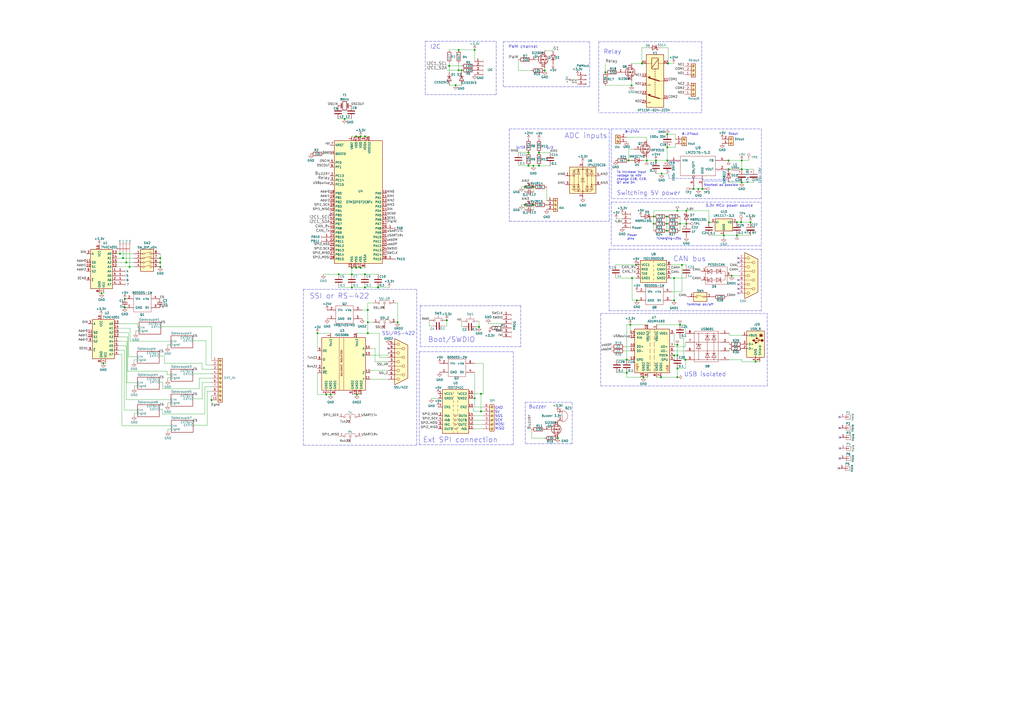
<source format=kicad_sch>
(kicad_sch (version 20211123) (generator eeschema)
  (paper "A2")
  (title_block (title "STM32F0x2 based USB<>CAN converter (isolated)") (company "SAO RAS"))
  (junction (at 189.23 228.854))
  (junction (at 306.578 88.519))
  (junction (at 391.033 174.244))
  (junction (at 309.499 108.458))
  (junction (at 363.601 216.281))
  (junction (at 435.356 128.905))
  (junction (at 391.033 206.121))
  (junction (at 387.604 36.83))
  (junction (at 392.938 218.821))
  (junction (at 196.469 159.131))
  (junction (at 75.184 154.813))
  (junction (at 211.709 166.751))
  (junction (at 366.649 161.29))
  (junction (at 392.938 200.025))
  (junction (at 191.77 228.854))
  (junction (at 219.329 166.751))
  (junction (at 430.276 98.171))
  (junction (at 386.842 129.794))
  (junction (at 92.964 149.733))
  (junction (at 394.462 129.794))
  (junction (at 312.674 88.519))
  (junction (at 419.862 136.525))
  (junction (at 73.279 152.273))
  (junction (at 213.36 193.294))
  (junction (at 380.492 93.091))
  (junction (at 323.596 254.127))
  (junction (at 392.938 206.121))
  (junction (at 72.39 173.355))
  (junction (at 59.944 210.693))
  (junction (at 266.065 40.767))
  (junction (at 368.935 153.67))
  (junction (at 306.578 96.139))
  (junction (at 71.374 149.733))
  (junction (at 369.443 174.244))
  (junction (at 309.372 96.139))
  (junction (at 309.499 118.872))
  (junction (at 391.033 161.29))
  (junction (at 199.898 68.961))
  (junction (at 213.36 186.944))
  (junction (at 383.413 218.821))
  (junction (at 207.01 228.854))
  (junction (at 92.964 152.273))
  (junction (at 267.716 40.767))
  (junction (at 213.36 179.832))
  (junction (at 264.287 49.403))
  (junction (at 209.169 79.121))
  (junction (at 211.709 79.121))
  (junction (at 206.629 79.121))
  (junction (at 315.976 40.894))
  (junction (at 209.169 155.321))
  (junction (at 411.226 128.905))
  (junction (at 219.329 166.624))
  (junction (at 379.222 129.794))
  (junction (at 429.895 128.905))
  (junction (at 405.13 109.601))
  (junction (at 230.632 186.944))
  (junction (at 351.155 41.91))
  (junction (at 72.39 178.435))
  (junction (at 387.096 93.091))
  (junction (at 392.938 213.741))
  (junction (at 394.462 188.341))
  (junction (at 304.419 118.872))
  (junction (at 398.145 129.794))
  (junction (at 304.419 108.458))
  (junction (at 204.089 155.321))
  (junction (at 279.019 238.633))
  (junction (at 306.578 96.012))
  (junction (at 363.601 208.661))
  (junction (at 206.629 155.321))
  (junction (at 430.276 105.791))
  (junction (at 69.596 147.193))
  (junction (at 387.096 77.851))
  (junction (at 387.096 85.471))
  (junction (at 422.656 98.171))
  (junction (at 275.336 28.956))
  (junction (at 277.876 189.611))
  (junction (at 211.709 159.131))
  (junction (at 312.674 96.139))
  (junction (at 204.089 159.131))
  (junction (at 427.482 136.525))
  (junction (at 438.277 209.804))
  (junction (at 379.222 125.603))
  (junction (at 392.938 122.174))
  (junction (at 398.145 122.174))
  (junction (at 366.395 49.53))
  (junction (at 364.744 93.091))
  (junction (at 260.604 38.227))
  (junction (at 184.15 193.294))
  (junction (at 204.089 166.751))
  (junction (at 375.158 93.091))
  (junction (at 58.928 170.053))
  (junction (at 402.336 109.601))
  (junction (at 122.682 232.029))
  (junction (at 430.276 93.091))
  (junction (at 386.842 125.603))
  (junction (at 424.434 159.893))
  (junction (at 275.336 231.013))
  (junction (at 395.605 153.67))
  (junction (at 259.207 185.801))
  (junction (at 373.253 218.821))
  (junction (at 279.019 228.473))
  (junction (at 266.065 28.956))
  (junction (at 422.656 93.091))
  (junction (at 383.794 100.711))
  (junction (at 407.416 109.601))
  (junction (at 386.842 133.858))
  (junction (at 365.633 188.341))
  (junction (at 397.637 208.661))
  (junction (at 92.964 154.813))
  (junction (at 372.364 36.83))
  (junction (at 306.578 88.392))
  (junction (at 438.277 209.677))
  (junction (at 427.482 128.905))
  (no_connect (at 486.537 271.653))
  (no_connect (at 225.171 202.184))
  (no_connect (at 487.172 260.096))
  (no_connect (at 428.244 152.273))
  (no_connect (at 428.244 149.733))
  (no_connect (at 428.244 164.973))
  (no_connect (at 428.244 167.513))
  (no_connect (at 428.244 170.053))
  (no_connect (at 428.244 162.433))
  (no_connect (at 191.389 124.841))
  (no_connect (at 486.918 241.935))
  (no_connect (at 486.918 248.285))
  (no_connect (at 487.172 253.746))
  (no_connect (at 487.045 265.938))
  (wire (pts (xy 365.633 208.661) (xy 363.601 208.661)))
  (wire (pts (xy 68.834 197.993) (xy 73.66 197.993)))
  (wire (pts (xy 427.482 128.905) (xy 429.895 128.905)))
  (wire (pts (xy 77.724 208.788) (xy 79.629 208.788)))
  (wire (pts (xy 430.276 93.091) (xy 422.656 93.091)))
  (wire (pts (xy 312.674 88.519) (xy 319.151 88.519)))
  (wire (pts (xy 315.976 40.894) (xy 315.976 39.624)))
  (wire (pts (xy 389.763 169.164) (xy 395.605 169.164)))
  (wire (pts (xy 78.74 193.294) (xy 78.74 191.897)))
  (wire (pts (xy 394.462 129.794) (xy 398.145 129.794)))
  (wire (pts (xy 207.01 228.854) (xy 209.55 228.854)))
  (wire (pts (xy 379.222 122.174) (xy 379.222 125.603)))
  (wire (pts (xy 96.901 217.297) (xy 99.187 217.297)))
  (wire (pts (xy 184.15 203.454) (xy 184.15 193.294)))
  (wire (pts (xy 204.089 159.131) (xy 211.709 159.131)))
  (wire (pts (xy 279.019 228.473) (xy 279.019 238.633)))
  (wire (pts (xy 75.184 146.177) (xy 75.184 154.813)))
  (wire (pts (xy 213.36 179.832) (xy 210.058 179.832)))
  (wire (pts (xy 430.276 105.791) (xy 422.656 105.791)))
  (wire (pts (xy 204.47 228.854) (xy 207.01 228.854)))
  (wire (pts (xy 419.862 136.525) (xy 427.482 136.525)))
  (wire (pts (xy 387.096 93.091) (xy 387.096 85.471)))
  (wire (pts (xy 72.009 237.871) (xy 79.756 237.871)))
  (wire (pts (xy 217.551 202.184) (xy 214.63 202.184)))
  (polyline (pts (xy 348.488 181.864) (xy 348.488 223.901)))
  (polyline (pts (xy 331.851 233.299) (xy 331.851 257.429)))
  (wire (pts (xy 280.289 210.82) (xy 275.336 210.82)))
  (wire (pts (xy 423.037 208.661) (xy 430.403 208.661)))
  (wire (pts (xy 309.372 96.139) (xy 312.674 96.139)))
  (wire (pts (xy 257.81 189.103) (xy 259.207 189.103)))
  (wire (pts (xy 302.514 118.872) (xy 304.419 118.872)))
  (wire (pts (xy 397.764 208.661) (xy 397.637 208.661)))
  (wire (pts (xy 122.682 232.029) (xy 122.682 235.712)))
  (wire (pts (xy 58.928 170.053) (xy 60.198 170.053)))
  (polyline (pts (xy 348.488 223.901) (xy 445.008 223.901)))
  (wire (pts (xy 362.458 203.581) (xy 365.633 203.581)))
  (wire (pts (xy 112.014 246.634) (xy 120.142 246.634)))
  (wire (pts (xy 398.145 122.174) (xy 411.226 122.174)))
  (wire (pts (xy 394.462 195.961) (xy 394.462 196.215)))
  (wire (pts (xy 423.037 198.501) (xy 423.037 199.644)))
  (wire (pts (xy 117.348 231.394) (xy 117.348 221.869)))
  (wire (pts (xy 274.447 248.793) (xy 280.289 248.793)))
  (polyline (pts (xy 176.022 167.64) (xy 176.022 258.191)))
  (wire (pts (xy 274.447 246.253) (xy 280.289 246.253)))
  (wire (pts (xy 396.621 208.661) (xy 396.621 196.215)))
  (wire (pts (xy 67.818 154.813) (xy 75.184 154.813)))
  (polyline (pts (xy 394.081 93.726) (xy 389.001 93.726)))
  (wire (pts (xy 73.152 231.775) (xy 99.187 231.775)))
  (polyline (pts (xy 389.001 93.726) (xy 389.001 94.488)))
  (wire (pts (xy 405.13 109.601) (xy 402.336 109.601)))
  (wire (pts (xy 219.329 166.751) (xy 219.329 166.624)))
  (polyline (pts (xy 291.973 24.13) (xy 342.011 24.13)))
  (wire (pts (xy 357.251 161.29) (xy 366.649 161.29)))
  (wire (pts (xy 122.682 189.611) (xy 122.682 209.169)))
  (wire (pts (xy 67.818 152.273) (xy 73.279 152.273)))
  (wire (pts (xy 213.36 193.294) (xy 213.36 186.944)))
  (wire (pts (xy 214.63 214.884) (xy 214.63 216.154)))
  (wire (pts (xy 111.887 231.394) (xy 117.348 231.394)))
  (wire (pts (xy 389.255 161.29) (xy 391.033 161.29)))
  (polyline (pts (xy 342.011 24.13) (xy 342.011 50.292)))
  (wire (pts (xy 275.336 28.956) (xy 275.336 35.687)))
  (wire (pts (xy 70.739 247.015) (xy 99.314 247.015)))
  (wire (pts (xy 304.419 108.458) (xy 304.419 111.379)))
  (polyline (pts (xy 354.457 117.221) (xy 441.706 117.221)))
  (polyline (pts (xy 445.008 223.901) (xy 445.008 181.864)))
  (wire (pts (xy 392.938 213.741) (xy 392.938 218.821)))
  (wire (pts (xy 119.507 211.709) (xy 122.682 211.709)))
  (wire (pts (xy 92.329 206.502) (xy 95.377 206.502)))
  (wire (pts (xy 317.119 108.458) (xy 317.119 116.332)))
  (wire (pts (xy 79.756 187.833) (xy 79.756 189.992)))
  (wire (pts (xy 300.736 96.012) (xy 306.578 96.012)))
  (wire (pts (xy 92.964 152.273) (xy 92.964 154.813)))
  (wire (pts (xy 184.15 216.154) (xy 184.15 228.854)))
  (wire (pts (xy 375.158 79.629) (xy 375.158 81.407)))
  (polyline (pts (xy 407.289 103.505) (xy 387.985 103.505)))
  (wire (pts (xy 209.169 79.121) (xy 211.709 79.121)))
  (polyline (pts (xy 302.133 201.041) (xy 243.713 201.041)))
  (wire (pts (xy 379.222 129.794) (xy 379.222 133.858)))
  (wire (pts (xy 300.736 34.544) (xy 300.736 40.894)))
  (polyline (pts (xy 347.345 24.13) (xy 347.345 65.405)))
  (wire (pts (xy 427.482 136.525) (xy 435.356 136.525)))
  (wire (pts (xy 77.724 210.185) (xy 77.724 208.788)))
  (wire (pts (xy 69.596 147.193) (xy 77.724 147.193)))
  (wire (pts (xy 373.253 218.821) (xy 363.601 218.821)))
  (wire (pts (xy 260.604 28.956) (xy 266.065 28.956)))
  (wire (pts (xy 97.282 233.68) (xy 99.187 233.68)))
  (wire (pts (xy 209.169 155.321) (xy 211.709 155.321)))
  (wire (pts (xy 395.605 153.67) (xy 398.145 153.67)))
  (wire (pts (xy 68.834 200.533) (xy 73.152 200.533)))
  (wire (pts (xy 250.317 231.013) (xy 254.127 231.013)))
  (wire (pts (xy 429.895 128.905) (xy 435.356 128.905)))
  (wire (pts (xy 214.63 205.994) (xy 225.171 205.994)))
  (wire (pts (xy 92.964 147.193) (xy 92.964 149.733)))
  (wire (pts (xy 391.033 193.421) (xy 391.033 200.025)))
  (wire (pts (xy 275.336 215.9) (xy 275.336 231.013)))
  (wire (pts (xy 94.234 240.157) (xy 118.872 240.157)))
  (wire (pts (xy 396.621 196.215) (xy 394.462 196.215)))
  (wire (pts (xy 122.682 229.489) (xy 122.682 232.029)))
  (wire (pts (xy 230.632 186.944) (xy 230.632 175.768)))
  (wire (pts (xy 357.251 153.67) (xy 368.935 153.67)))
  (polyline (pts (xy 175.895 167.894) (xy 241.681 167.894)))
  (wire (pts (xy 357.886 216.281) (xy 363.601 216.281)))
  (wire (pts (xy 300.736 40.894) (xy 308.356 40.894)))
  (wire (pts (xy 95.377 206.502) (xy 95.377 210.693)))
  (wire (pts (xy 363.601 218.821) (xy 363.601 216.281)))
  (wire (pts (xy 383.794 100.711) (xy 387.096 100.711)))
  (polyline (pts (xy 246.761 54.864) (xy 246.761 23.876)))
  (wire (pts (xy 375.158 93.091) (xy 375.158 91.567)))
  (wire (pts (xy 387.096 77.851) (xy 391.795 77.851)))
  (polyline (pts (xy 422.275 98.933) (xy 415.925 98.933)))
  (polyline (pts (xy 243.205 203.962) (xy 243.205 258.064)))
  (wire (pts (xy 392.938 213.614) (xy 392.938 213.741)))
  (polyline (pts (xy 415.925 98.806) (xy 415.925 98.933)))
  (wire (pts (xy 204.089 155.321) (xy 204.089 159.131)))
  (wire (pts (xy 74.549 192.913) (xy 74.549 206.883)))
  (wire (pts (xy 397.637 208.661) (xy 396.621 208.661)))
  (polyline (pts (xy 422.275 99.695) (xy 422.275 98.933)))
  (wire (pts (xy 116.713 216.789) (xy 116.713 216.916)))
  (wire (pts (xy 274.447 228.473) (xy 279.019 228.473)))
  (wire (pts (xy 73.279 152.273) (xy 77.724 152.273)))
  (wire (pts (xy 217.551 209.804) (xy 217.551 202.184)))
  (wire (pts (xy 363.601 216.281) (xy 363.601 216.154)))
  (wire (pts (xy 97.409 250.317) (xy 97.409 248.92)))
  (wire (pts (xy 117.348 221.869) (xy 122.682 221.869)))
  (wire (pts (xy 412.242 128.905) (xy 411.226 128.905)))
  (wire (pts (xy 387.604 27.686) (xy 383.413 27.686)))
  (wire (pts (xy 363.474 79.629) (xy 375.158 79.629)))
  (wire (pts (xy 189.23 228.854) (xy 191.77 228.854)))
  (wire (pts (xy 392.938 200.025) (xy 392.938 206.121)))
  (wire (pts (xy 407.416 109.601) (xy 405.13 109.601)))
  (wire (pts (xy 267.716 186.309) (xy 267.716 189.611)))
  (wire (pts (xy 184.15 228.854) (xy 189.23 228.854)))
  (wire (pts (xy 206.629 79.121) (xy 209.169 79.121)))
  (wire (pts (xy 391.795 83.312) (xy 391.795 85.471)))
  (wire (pts (xy 364.744 86.487) (xy 367.538 86.487)))
  (wire (pts (xy 207.01 193.294) (xy 213.36 193.294)))
  (polyline (pts (xy 295.402 128.27) (xy 353.441 128.27)))
  (wire (pts (xy 93.345 189.611) (xy 122.682 189.611)))
  (polyline (pts (xy 331.851 257.429) (xy 304.673 257.429)))
  (wire (pts (xy 213.36 186.944) (xy 216.789 186.944)))
  (polyline (pts (xy 243.713 177.292) (xy 243.713 201.041)))
  (wire (pts (xy 373.253 218.821) (xy 375.793 218.821)))
  (wire (pts (xy 366.395 49.53) (xy 366.395 46.99)))
  (wire (pts (xy 73.66 221.996) (xy 79.756 221.996)))
  (wire (pts (xy 118.872 240.157) (xy 118.872 224.409)))
  (wire (pts (xy 380.492 93.091) (xy 387.096 93.091)))
  (polyline (pts (xy 241.681 258.191) (xy 241.681 167.894)))
  (wire (pts (xy 59.944 210.693) (xy 61.214 210.693)))
  (wire (pts (xy 389.255 153.67) (xy 395.605 153.67)))
  (wire (pts (xy 308.356 254.127) (xy 308.356 249.047)))
  (polyline (pts (xy 387.985 98.679) (xy 387.985 103.505)))
  (wire (pts (xy 199.898 68.961) (xy 203.708 68.961)))
  (polyline (pts (xy 291.973 50.292) (xy 291.973 24.13)))
  (wire (pts (xy 115.57 219.329) (xy 122.682 219.329)))
  (wire (pts (xy 362.458 201.041) (xy 365.633 201.041)))
  (wire (pts (xy 276.479 189.611) (xy 277.876 189.611)))
  (wire (pts (xy 438.277 209.804) (xy 440.817 209.804)))
  (wire (pts (xy 68.834 187.833) (xy 79.756 187.833)))
  (polyline (pts (xy 295.402 74.803) (xy 353.441 74.803)))
  (polyline (pts (xy 441.706 117.221) (xy 441.706 142.621)))
  (wire (pts (xy 267.716 189.611) (xy 268.859 189.611)))
  (wire (pts (xy 437.134 98.171) (xy 430.276 98.171)))
  (wire (pts (xy 397.637 198.501) (xy 397.637 201.041)))
  (polyline (pts (xy 354.584 74.803) (xy 441.706 74.803)))
  (wire (pts (xy 196.088 68.961) (xy 199.898 68.961)))
  (wire (pts (xy 259.207 189.103) (xy 259.207 185.801)))
  (wire (pts (xy 394.462 188.341) (xy 397.637 188.341)))
  (wire (pts (xy 395.605 169.164) (xy 395.605 153.67)))
  (wire (pts (xy 71.374 149.733) (xy 77.724 149.733)))
  (wire (pts (xy 391.033 203.581) (xy 397.637 203.581)))
  (wire (pts (xy 275.336 231.013) (xy 274.447 231.013)))
  (wire (pts (xy 380.873 188.341) (xy 394.462 188.341)))
  (wire (pts (xy 74.041 195.453) (xy 74.041 215.265)))
  (wire (pts (xy 375.793 27.686) (xy 372.364 27.686)))
  (wire (pts (xy 266.065 36.576) (xy 266.065 40.767)))
  (wire (pts (xy 260.604 38.227) (xy 267.716 38.227)))
  (wire (pts (xy 306.578 88.392) (xy 306.578 88.519)))
  (wire (pts (xy 304.419 118.872) (xy 304.419 121.793)))
  (wire (pts (xy 73.152 200.533) (xy 73.152 231.775)))
  (wire (pts (xy 220.091 207.264) (xy 220.091 193.294)))
  (wire (pts (xy 280.289 238.633) (xy 279.019 238.633)))
  (wire (pts (xy 260.604 38.227) (xy 260.604 41.783)))
  (wire (pts (xy 312.674 96.139) (xy 319.151 96.139)))
  (wire (pts (xy 277.876 189.611) (xy 277.876 186.309)))
  (wire (pts (xy 387.604 36.83) (xy 387.604 27.686)))
  (wire (pts (xy 77.851 241.173) (xy 77.851 239.776)))
  (wire (pts (xy 214.63 219.964) (xy 225.171 219.964)))
  (wire (pts (xy 394.462 129.794) (xy 394.462 133.858)))
  (wire (pts (xy 430.403 208.661) (xy 430.403 209.804)))
  (wire (pts (xy 120.142 246.634) (xy 120.142 226.949)))
  (wire (pts (xy 364.744 93.091) (xy 364.744 86.487)))
  (wire (pts (xy 423.037 202.184) (xy 423.037 203.581)))
  (wire (pts (xy 191.77 228.854) (xy 194.31 228.854)))
  (wire (pts (xy 96.901 215.265) (xy 96.901 217.297)))
  (wire (pts (xy 315.976 254.127) (xy 308.356 254.127)))
  (wire (pts (xy 75.438 197.993) (xy 75.438 190.373)))
  (wire (pts (xy 74.041 215.265) (xy 96.901 215.265)))
  (wire (pts (xy 386.842 129.794) (xy 386.842 133.858)))
  (wire (pts (xy 274.447 236.093) (xy 274.447 238.633)))
  (polyline (pts (xy 407.035 24.13) (xy 407.035 65.405)))
  (wire (pts (xy 58.674 210.693) (xy 59.944 210.693)))
  (polyline (pts (xy 347.345 24.13) (xy 407.035 24.13)))
  (wire (pts (xy 122.682 216.789) (xy 116.713 216.789)))
  (wire (pts (xy 77.851 223.901) (xy 79.756 223.901)))
  (polyline (pts (xy 407.035 65.405) (xy 347.345 65.405)))
  (wire (pts (xy 249.047 185.801) (xy 249.047 189.103)))
  (wire (pts (xy 264.287 49.403) (xy 267.716 49.403)))
  (wire (pts (xy 306.578 96.012) (xy 306.578 96.139)))
  (wire (pts (xy 73.279 146.177) (xy 73.279 152.273)))
  (wire (pts (xy 213.36 186.944) (xy 213.36 179.832)))
  (wire (pts (xy 68.834 195.453) (xy 74.041 195.453)))
  (wire (pts (xy 225.171 214.884) (xy 214.63 214.884)))
  (polyline (pts (xy 348.488 181.864) (xy 445.008 181.864)))
  (wire (pts (xy 369.443 174.244) (xy 366.649 174.244)))
  (wire (pts (xy 306.578 96.139) (xy 309.372 96.139)))
  (polyline (pts (xy 354.584 117.221) (xy 354.584 142.621)))
  (wire (pts (xy 391.033 206.121) (xy 392.938 206.121)))
  (wire (pts (xy 97.282 220.599) (xy 97.282 219.202)))
  (wire (pts (xy 229.489 186.944) (xy 230.632 186.944)))
  (wire (pts (xy 75.184 154.813) (xy 77.724 154.813)))
  (wire (pts (xy 351.155 49.53) (xy 366.395 49.53)))
  (wire (pts (xy 77.851 225.298) (xy 77.851 223.901)))
  (wire (pts (xy 225.806 166.751) (xy 219.329 166.751)))
  (wire (pts (xy 392.938 122.174) (xy 379.222 122.174)))
  (wire (pts (xy 117.221 210.693) (xy 117.221 214.249)))
  (wire (pts (xy 211.709 159.131) (xy 219.329 159.131)))
  (wire (pts (xy 67.818 149.733) (xy 71.374 149.733)))
  (polyline (pts (xy 287.782 23.876) (xy 287.782 54.864)))
  (wire (pts (xy 283.21 187.706) (xy 291.719 187.706)))
  (wire (pts (xy 398.145 122.174) (xy 392.938 122.174)))
  (polyline (pts (xy 407.924 105.029) (xy 429.768 105.029)))
  (polyline (pts (xy 353.441 128.27) (xy 353.441 74.803)))
  (wire (pts (xy 79.756 189.992) (xy 80.645 189.992)))
  (wire (pts (xy 274.447 241.173) (xy 280.289 241.173)))
  (wire (pts (xy 430.403 209.804) (xy 438.277 209.804)))
  (wire (pts (xy 77.851 239.776) (xy 79.756 239.776)))
  (wire (pts (xy 394.462 125.603) (xy 394.462 129.794)))
  (wire (pts (xy 411.226 122.174) (xy 411.226 128.905)))
  (polyline (pts (xy 243.205 258.064) (xy 297.815 258.064)))
  (polyline (pts (xy 243.713 177.292) (xy 302.133 177.292)))
  (wire (pts (xy 373.38 93.091) (xy 375.158 93.091)))
  (wire (pts (xy 266.065 40.767) (xy 267.716 40.767)))
  (wire (pts (xy 267.716 41.783) (xy 267.716 40.767)))
  (wire (pts (xy 280.289 236.093) (xy 275.336 236.093)))
  (polyline (pts (xy 353.314 144.653) (xy 353.314 180.213)))
  (wire (pts (xy 309.499 108.458) (xy 309.499 111.379)))
  (wire (pts (xy 372.364 27.686) (xy 372.364 36.83)))
  (wire (pts (xy 97.282 199.898) (xy 99.187 199.898)))
  (wire (pts (xy 94.234 237.49) (xy 94.234 240.157)))
  (wire (pts (xy 266.065 40.767) (xy 259.334 40.767)))
  (wire (pts (xy 72.009 203.073) (xy 72.009 237.871)))
  (wire (pts (xy 392.938 213.741) (xy 397.637 213.741)))
  (wire (pts (xy 380.873 218.821) (xy 383.413 218.821)))
  (wire (pts (xy 95.377 210.693) (xy 117.221 210.693)))
  (wire (pts (xy 67.818 147.193) (xy 69.596 147.193)))
  (wire (pts (xy 398.145 161.29) (xy 391.033 161.29)))
  (wire (pts (xy 57.658 170.053) (xy 58.928 170.053)))
  (wire (pts (xy 219.329 166.751) (xy 211.709 166.751)))
  (wire (pts (xy 274.447 243.713) (xy 280.289 243.713)))
  (wire (pts (xy 266.065 28.956) (xy 275.336 28.956)))
  (wire (pts (xy 391.795 85.471) (xy 387.096 85.471)))
  (wire (pts (xy 120.142 226.949) (xy 122.682 226.949)))
  (wire (pts (xy 73.66 197.993) (xy 73.66 221.996)))
  (wire (pts (xy 279.019 228.473) (xy 280.289 228.473)))
  (polyline (pts (xy 295.402 74.803) (xy 295.402 128.27)))
  (wire (pts (xy 424.434 159.893) (xy 428.244 159.893)))
  (wire (pts (xy 320.802 29.464) (xy 315.976 29.464)))
  (polyline (pts (xy 297.815 258.064) (xy 297.815 203.962)))
  (polyline (pts (xy 176.022 258.191) (xy 241.681 258.191)))
  (wire (pts (xy 300.736 88.392) (xy 306.578 88.392)))
  (wire (pts (xy 97.282 235.077) (xy 97.282 233.68)))
  (wire (pts (xy 379.222 125.603) (xy 379.222 129.794)))
  (wire (pts (xy 213.36 175.768) (xy 216.662 175.768)))
  (wire (pts (xy 220.091 193.294) (xy 213.36 193.294)))
  (wire (pts (xy 302.514 108.458) (xy 304.419 108.458)))
  (polyline (pts (xy 441.706 142.621) (xy 354.584 142.621)))
  (wire (pts (xy 119.507 211.709) (xy 119.507 197.612)))
  (wire (pts (xy 380.492 100.711) (xy 383.794 100.711)))
  (wire (pts (xy 117.221 214.249) (xy 122.682 214.249)))
  (wire (pts (xy 225.171 205.994) (xy 225.171 204.724)))
  (wire (pts (xy 92.456 237.49) (xy 94.234 237.49)))
  (wire (pts (xy 78.74 191.897) (xy 80.645 191.897)))
  (wire (pts (xy 196.469 166.751) (xy 204.089 166.751)))
  (wire (pts (xy 430.276 98.171) (xy 430.276 93.091)))
  (polyline (pts (xy 422.402 104.14) (xy 407.797 104.14)))
  (wire (pts (xy 196.469 159.131) (xy 204.089 159.131)))
  (wire (pts (xy 438.277 209.804) (xy 438.277 209.677)))
  (wire (pts (xy 230.632 175.768) (xy 229.362 175.768)))
  (polyline (pts (xy 287.782 54.864) (xy 246.761 54.864)))
  (polyline (pts (xy 441.706 115.189) (xy 354.584 115.189)))
  (wire (pts (xy 383.413 218.821) (xy 392.938 218.821)))
  (wire (pts (xy 111.887 216.916) (xy 116.713 216.916)))
  (polyline (pts (xy 441.706 180.213) (xy 353.314 180.213)))
  (polyline (pts (xy 246.761 23.876) (xy 287.782 23.876)))
  (wire (pts (xy 397.637 213.741) (xy 397.637 208.661)))
  (wire (pts (xy 430.657 194.564) (xy 423.037 194.564)))
  (wire (pts (xy 391.033 201.041) (xy 397.637 201.041)))
  (wire (pts (xy 118.872 224.409) (xy 122.682 224.409)))
  (polyline (pts (xy 304.673 233.299) (xy 331.851 233.299)))
  (wire (pts (xy 351.155 41.91) (xy 351.155 36.83)))
  (wire (pts (xy 363.601 188.341) (xy 365.633 188.341)))
  (wire (pts (xy 75.438 190.373) (xy 68.834 190.373)))
  (wire (pts (xy 309.499 118.872) (xy 309.499 121.793)))
  (wire (pts (xy 204.089 166.751) (xy 211.709 166.751)))
  (wire (pts (xy 423.037 194.564) (xy 423.037 193.421)))
  (wire (pts (xy 391.033 161.29) (xy 391.033 174.244)))
  (wire (pts (xy 187.579 159.131) (xy 196.469 159.131)))
  (wire (pts (xy 259.334 38.227) (xy 260.604 38.227)))
  (wire (pts (xy 391.033 174.244) (xy 389.763 174.244)))
  (wire (pts (xy 391.795 77.851) (xy 391.795 80.772)))
  (wire (pts (xy 260.604 36.576) (xy 260.604 38.227)))
  (wire (pts (xy 386.842 125.603) (xy 386.842 129.794)))
  (wire (pts (xy 71.374 146.177) (xy 71.374 149.733)))
  (wire (pts (xy 187.96 89.281) (xy 191.389 89.281)))
  (wire (pts (xy 280.289 228.473) (xy 280.289 210.82)))
  (wire (pts (xy 365.633 188.341) (xy 375.793 188.341)))
  (wire (pts (xy 391.033 200.025) (xy 392.938 200.025)))
  (wire (pts (xy 375.158 93.091) (xy 380.492 93.091)))
  (wire (pts (xy 97.282 219.202) (xy 99.187 219.202)))
  (wire (pts (xy 111.887 197.612) (xy 119.507 197.612)))
  (wire (pts (xy 387.604 36.83) (xy 390.779 36.83)))
  (wire (pts (xy 366.395 36.83) (xy 372.364 36.83)))
  (wire (pts (xy 365.633 193.421) (xy 365.633 188.341)))
  (wire (pts (xy 411.226 136.525) (xy 419.862 136.525)))
  (wire (pts (xy 211.709 79.121) (xy 214.249 79.121)))
  (wire (pts (xy 260.604 49.403) (xy 264.287 49.403)))
  (wire (pts (xy 69.596 146.177) (xy 69.596 147.193)))
  (wire (pts (xy 68.834 205.613) (xy 70.739 205.613)))
  (wire (pts (xy 430.276 105.791) (xy 437.134 105.791)))
  (wire (pts (xy 70.739 205.613) (xy 70.739 247.015)))
  (wire (pts (xy 397.637 188.341) (xy 397.637 193.421)))
  (polyline (pts (xy 354.584 115.189) (xy 354.584 74.803)))
  (polyline (pts (xy 407.797 103.632) (xy 407.797 104.14)))
  (wire (pts (xy 366.649 161.29) (xy 368.935 161.29)))
  (wire (pts (xy 225.171 207.264) (xy 220.091 207.264)))
  (wire (pts (xy 115.57 225.425) (xy 115.57 219.329)))
  (polyline (pts (xy 243.205 203.962) (xy 297.815 203.962)))
  (wire (pts (xy 204.089 79.121) (xy 206.629 79.121)))
  (wire (pts (xy 275.336 231.013) (xy 275.336 236.093)))
  (wire (pts (xy 97.282 201.295) (xy 97.282 199.898)))
  (wire (pts (xy 94.361 225.425) (xy 115.57 225.425)))
  (wire (pts (xy 92.964 149.733) (xy 92.964 152.273)))
  (polyline (pts (xy 302.133 177.292) (xy 302.133 201.041)))
  (wire (pts (xy 391.033 206.121) (xy 391.033 208.661)))
  (wire (pts (xy 249.047 189.103) (xy 250.19 189.103)))
  (wire (pts (xy 206.629 155.321) (xy 209.169 155.321)))
  (wire (pts (xy 94.361 221.615) (xy 94.361 225.425)))
  (polyline (pts (xy 342.011 50.292) (xy 291.973 50.292)))
  (wire (pts (xy 213.36 179.832) (xy 213.36 175.768)))
  (wire (pts (xy 274.447 238.633) (xy 279.019 238.633)))
  (polyline (pts (xy 304.673 257.429) (xy 304.673 233.299)))
  (wire (pts (xy 357.886 208.661) (xy 363.601 208.661)))
  (wire (pts (xy 184.15 193.294) (xy 191.77 193.294)))
  (wire (pts (xy 357.505 126.873) (xy 360.934 126.873)))
  (wire (pts (xy 204.089 155.321) (xy 206.629 155.321)))
  (wire (pts (xy 363.601 208.661) (xy 363.601 188.341)))
  (wire (pts (xy 365.76 93.091) (xy 364.744 93.091)))
  (wire (pts (xy 74.549 206.883) (xy 79.629 206.883)))
  (wire (pts (xy 92.456 221.615) (xy 94.361 221.615)))
  (wire (pts (xy 332.486 46.228) (xy 335.026 46.228)))
  (wire (pts (xy 68.834 203.073) (xy 72.009 203.073)))
  (polyline (pts (xy 441.706 144.653) (xy 441.706 180.213)))
  (wire (pts (xy 68.834 192.913) (xy 74.549 192.913)))
  (polyline (pts (xy 353.314 144.653) (xy 441.706 144.653)))
  (wire (pts (xy 419.862 137.795) (xy 419.862 136.525)))
  (wire (pts (xy 99.187 197.993) (xy 75.438 197.993)))
  (polyline (pts (xy 441.706 74.803) (xy 441.706 115.189)))
  (wire (pts (xy 366.649 174.244) (xy 366.649 161.29)))
  (wire (pts (xy 434.34 93.091) (xy 430.276 93.091)))
  (wire (pts (xy 225.171 209.804) (xy 217.551 209.804)))
  (wire (pts (xy 97.409 248.92) (xy 99.314 248.92)))
  (text "8-27Vout" (at 395.605 78.613 0) (effects (font (size 1.27 1.27)) (justify left bottom)))
  (text "U/2" (at 316.992 86.614 0) (effects (font (size 1.27 1.27)) (justify left bottom)))
  (text "Switching 5V power" (at 357.759 113.538 0) (effects (font (size 2.4892 2.4892)) (justify left bottom)))
  (text "PWM channel" (at 294.894 28.194 0) (effects (font (size 1.7018 1.7018)) (justify left bottom)))
  (text "Buzzer" (at 306.705 237.236 0) (effects (font (size 2.0066 2.0066)) (justify left bottom)))
  (text "Shortest as possible" (at 408.305 108.204 0) (effects (font (size 1.27 1.27)) (justify left bottom)))
  (text "CAN bus" (at 390.525 152.019 0) (effects (font (size 3 3)) (justify left bottom)))
  (text "U/10" (at 299.466 86.36 0) (effects (font (size 1.27 1.27)) (justify left bottom)))
  (text "USB isolated" (at 396.748 218.694 0) (effects (font (size 2.5 2.5)) (justify left bottom)))
  (text "To increase input\nvoltage to 40V\nchange C18, C19,\nQ7 and D4" (at 357.759 106.807 0) (effects (font (size 1.27 1.27)) (justify left bottom)))
  (text "GND\n5V\nNSS\nSCK\nMOSI\nMISO" (at 287.02 249.555 0) (effects (font (size 1.5 1.5)) (justify left bottom)))
  (text "Boot/SWDIO" (at 248.285 198.882 0) (effects (font (size 3 3)) (justify left bottom)))
  (text "3.3V MCU power source" (at 409.194 120.269 0) (effects (font (size 1.524 1.524)) (justify left bottom)))
  (text "Ext SPI connection" (at 245.364 257.048 0) (effects (font (size 3 3)) (justify left bottom)))
  (text "8-27Vin" (at 362.712 77.343 0) (effects (font (size 1.27 1.27)) (justify left bottom)))
  (text "Tcharging=25s" (at 380.746 139.192 0) (effects (font (size 1.27 1.27)) (justify left bottom)))
  (text "I2C" (at 255.651 28.702 180) (effects (font (size 2.4892 2.4892)) (justify right bottom)))
  (text "ADC inputs" (at 327.533 80.645 0) (effects (font (size 3 3)) (justify left bottom)))
  (text "Power\npins\n" (at 363.855 139.319 0) (effects (font (size 1.27 1.27)) (justify left bottom)))
  (text "5Vout" (at 422.529 78.486 0) (effects (font (size 1.27 1.27)) (justify left bottom)))
  (text "Terminal on/off" (at 398.399 177.546 0) (effects (font (size 1.27 1.27)) (justify left bottom)))
  (text "Relay" (at 350.139 31.496 0) (effects (font (size 2.4892 2.4892)) (justify left bottom)))
  (text "SSI/RS-422" (at 221.615 194.691 0) (effects (font (size 2 2)) (justify left bottom)))
  (text "SSI or RS-422" (at 179.578 173.609 0) (effects (font (size 3 3)) (justify left bottom)))
  (label "E5" (at 92.456 235.712 0))
  (label "Addr2" (at 50.038 157.353 180))
  (label "Addr2" (at 51.054 197.993 180))
  (label "USART1Rx" (at 224.409 137.541 0))
  (label "SWCLK" (at 291.719 182.626 180))
  (label "AIN3" (at 306.959 116.332 180))
  (label "boot" (at 291.719 192.786 180))
  (label "DEN1" (at 224.409 127.381 0))
  (label "OSCOUT" (at 191.389 96.901 180))
  (label "COM1" (at 387.604 46.99 0))
  (label "G1" (at 335.026 48.768 180) (effects (font (size 1.7018 1.7018))))
  (label "Tx422" (at 203.073 245.618 180))
  (label "USBpullup" (at 191.389 107.061 180))
  (label "rst" (at 191.389 84.201 180))
  (label "AIN2" (at 306.959 105.918 180))
  (label "SPI2_MISO" (at 191.389 147.701 180))
  (label "NC2" (at 372.364 54.61 180))
  (label "Rx422" (at 184.15 213.614 180))
  (label "CANL" (at 406.654 157.353 180))
  (label "Addr2" (at 191.389 117.221 180))
  (label "Addr0" (at 50.038 152.273 180))
  (label "AIN3" (at 224.409 119.761 0))
  (label "CAN_Rx" (at 368.935 156.21 180) (effects (font (size 1.524 1.524))))
  (label "COM2" (at 387.604 57.15 0))
  (label "NO2" (at 397.129 54.61 180))
  (label "SPI1_MISO" (at 191.389 122.301 180))
  (label "AIN1" (at 224.409 114.681 0))
  (label "CAN_Tx" (at 368.935 158.75 180) (effects (font (size 1.524 1.524))))
  (label "NC2" (at 397.129 49.53 180))
  (label "Relay" (at 351.155 36.83 0) (effects (font (size 1.7018 1.7018))))
  (label "COM1" (at 397.129 40.894 180))
  (label "NO1" (at 372.364 49.53 180))
  (label "AIN1" (at 327.914 107.061 180))
  (label "CANH" (at 428.244 157.353 180))
  (label "usbDP" (at 224.409 142.621 0))
  (label "OSCOUT" (at 203.708 61.341 0))
  (label "boot" (at 191.389 89.281 180))
  (label "AIN0" (at 224.409 112.141 0))
  (label "USBpullup" (at 365.633 195.961 180))
  (label "Addr1" (at 50.038 154.813 180))
  (label "USART1Rx" (at 209.55 252.984 0))
  (label "DIN" (at 50.038 147.193 180))
  (label "CAN_Rx" (at 191.389 132.461 180) (effects (font (size 1.524 1.524))))
  (label "I2C1_SDA" (at 259.334 40.767 180) (effects (font (size 1.7018 1.7018))))
  (label "SPI2_MOSI" (at 254.127 246.253 180))
  (label "Rx422" (at 203.2 256.794 180))
  (label "CANH" (at 406.654 162.433 180))
  (label "Tx422" (at 184.15 208.534 180))
  (label "NO2" (at 372.364 59.69 180))
  (label "usbDM" (at 224.409 140.081 0))
  (label "boot" (at 249.047 185.801 180))
  (label "SPI2_NSS" (at 191.389 142.621 180))
  (label "Addr1" (at 191.389 114.681 180))
  (label "AIN2" (at 348.234 101.981 0))
  (label "NC1" (at 397.129 38.354 180))
  (label "PWM" (at 224.409 129.921 0) (effects (font (size 1.7018 1.7018))))
  (label "DIN" (at 51.054 187.833 180))
  (label "CAN_Tx" (at 191.389 135.001 180) (effects (font (size 1.524 1.524))))
  (label "I2C1_SCL" (at 259.334 38.227 180) (effects (font (size 1.7018 1.7018))))
  (label "SPI2_SCK" (at 191.389 145.161 180))
  (label "SWDIO" (at 224.409 145.161 0))
  (label "CANL" (at 398.653 172.212 180))
  (label "E5" (at 93.345 187.833 0))
  (label "E5" (at 111.887 195.834 0))
  (label "E5" (at 92.456 219.837 0))
  (label "USART1Tx" (at 224.409 135.001 0))
  (label "NC1" (at 372.364 44.45 180))
  (label "DIN" (at 224.409 122.301 0))
  (label "4.6V" (at 360.934 129.413 180))
  (label "CANH" (at 421.513 172.212 0))
  (label "I2C1_SDA" (at 191.389 129.921 180) (effects (font (size 1.7018 1.7018))))
  (label "DEN0" (at 224.409 124.841 0))
  (label "Egnd" (at 92.71 178.435 0))
  (label "SWDIO" (at 291.719 185.166 180))
  (label "AIN3" (at 348.234 107.061 0))
  (label "AIN0" (at 327.914 101.981 180))
  (label "AIN1" (at 319.151 88.519 0))
  (label "CANL" (at 389.255 158.75 0))
  (label "Addr0" (at 191.389 112.141 180))
  (label "E5" (at 112.014 244.856 0))
  (label "CANL" (at 428.244 154.813 180))
  (label "DEN1" (at 51.054 203.073 180))
  (label "Relay" (at 191.389 104.521 180) (effects (font (size 1.7018 1.7018))))
  (label "SPI1_SCK" (at 196.723 241.808 180))
  (label "COM2" (at 397.129 52.07 180))
  (label "rst" (at 267.716 186.309 180))
  (label "Egnd" (at 122.682 235.712 0))
  (label "SPI1_MISO" (at 196.85 252.984 180))
  (label "E5" (at 92.329 204.724 0))
  (label "SSI_Z" (at 225.171 217.424 180))
  (label "AIN0" (at 300.736 88.392 180))
  (label "NO1" (at 397.129 43.434 180))
  (label "Buzzer" (at 308.356 249.047 90) (effects (font (size 1.7018 1.7018))))
  (label "4.6V" (at 398.145 122.174 0))
  (label "SPI2_MOSI" (at 191.389 150.241 180))
  (label "OSCIN" (at 191.389 94.361 180))
  (label "USART1Tx" (at 209.423 241.808 0))
  (label "SSI_VR" (at 225.171 212.344 180))
  (label "rst" (at 291.719 195.326 180))
  (label "SPI2_SCK" (at 254.127 243.713 180))
  (label "SWCLK" (at 224.409 147.701 0))
  (label "SSI_Z" (at 223.139 190.754 180))
  (label "Buzzer" (at 191.389 101.981 180) (effects (font (size 1.7018 1.7018))))
  (label "E5" (at 92.71 173.355 0))
  (label "AIN2" (at 224.409 117.221 0))
  (label "PWM" (at 300.736 34.544 180) (effects (font (size 1.7018 1.7018))))
  (label "I2C1_SCL" (at 191.389 127.381 180) (effects (font (size 1.7018 1.7018))))
  (label "Addr1" (at 51.054 195.453 180))
  (label "E5" (at 111.887 229.616 0))
  (label "SSI_VR" (at 223.012 179.578 180))
  (label "usbDP" (at 354.838 201.041 180))
  (label "SPI2_MISO" (at 254.127 248.793 180))
  (label "G1" (at 320.802 29.464 0) (effects (font (size 1.7018 1.7018))))
  (label "SPI1_SCK" (at 191.389 119.761 180))
  (label "DEN0" (at 50.038 162.433 180))
  (label "E5" (at 111.887 215.138 0))
  (label "usbDM" (at 354.838 203.581 180))
  (label "OSCIN" (at 196.088 61.341 180))
  (label "Addr0" (at 51.054 192.913 180))
  (label "SPI2_NSS" (at 254.127 241.173 180))
  (label "CANH" (at 389.255 156.21 0))
  (symbol (lib_id "stm32-rescue:C") (at 196.469 162.941 0) (unit 1)
    (property "Reference" "C5" (at 197.104 160.401 0) (effects (justify left)))
    (property "Value" "0.1" (at 197.104 165.481 0) (effects (justify left)))
    (property "Footprint" "Capacitor_SMD:C_0603_1608Metric_Pad1.08x0.95mm_HandSolder" (effects hide))
  )
  (symbol (lib_id "stm32-rescue:+5V") (at 371.602 125.603 0) (unit 1)
    (property "Reference" "#PWR064" (effects hide))
    (property "Value" "+5V" (at 371.602 122.047 0))
  )
  (symbol (lib_id "power:GND") (at 419.862 137.795 0) (unit 1)
    (property "Reference" "#PWR075" (effects hide))
    (property "Value" "GND" (at 419.862 141.605 0))
  )
  (symbol (lib_id "stm32-rescue:CP") (at 435.356 132.715 0) (unit 1)
    (property "Reference" "C27" (at 435.61 130.556 0) (effects (justify left)))
    (property "Value" "47u 6V" (at 431.673 134.874 0) (effects (justify left)))
    (property "Footprint" "Capacitor_Tantalum_SMD:CP_EIA-3216-18_Kemet-A_Pad1.58x1.35mm_HandSolder" (effects hide))
  )
  (symbol (lib_id "elements:PESD1CAN") (at 414.274 157.353 0) (unit 1)
    (property "Reference" "D9" (at 414.274 166.243 0))
    (property "Value" "PESD1CAN" (at 415.544 153.543 0))
    (property "Footprint" "Package_TO_SOT_SMD:SOT-23" (effects hide))
  )
  (symbol (lib_id "stm32-rescue:R") (at 417.703 172.212 270) (unit 1)
    (property "Reference" "R28" (at 417.703 174.244 90))
    (property "Value" "120" (at 417.703 172.212 90))
    (property "Footprint" "Resistor_SMD:R_1210_3225Metric_Pad1.30x2.65mm_HandSolder" (effects hide))
  )
  (symbol (lib_id "stm32-rescue:C") (at 204.089 162.941 0) (unit 1)
    (property "Reference" "C7" (at 204.724 160.401 0) (effects (justify left)))
    (property "Value" "0.1" (at 204.724 165.481 0) (effects (justify left)))
    (property "Footprint" "Capacitor_SMD:C_0603_1608Metric_Pad1.08x0.95mm_HandSolder" (effects hide))
  )
  (symbol (lib_id "stm32-rescue:C") (at 211.709 162.941 0) (unit 1)
    (property "Reference" "C9" (at 212.344 160.401 0) (effects (justify left)))
    (property "Value" "0.1" (at 212.344 165.481 0) (effects (justify left)))
    (property "Footprint" "Capacitor_SMD:C_0603_1608Metric_Pad1.08x0.95mm_HandSolder" (effects hide))
  )
  (symbol (lib_id "elements:USB6B1") (at 410.337 201.041 0) (mirror y) (unit 1)
    (property "Reference" "D8" (at 410.337 212.471 0))
    (property "Value" "USB6B1" (at 410.337 190.881 0))
    (property "Footprint" "Package_SO:SOIC-8_3.9x4.9mm_P1.27mm" (effects hide))
  )
  (symbol (lib_id "power:GND") (at 187.579 159.131 0) (unit 1)
    (property "Reference" "#PWR021" (effects hide))
    (property "Value" "GND" (at 187.579 162.941 0))
  )
  (symbol (lib_id "stm32-rescue:C") (at 219.329 162.941 0) (unit 1)
    (property "Reference" "C10" (at 219.964 160.401 0) (effects (justify left)))
    (property "Value" "0.1" (at 219.964 165.481 0) (effects (justify left)))
    (property "Footprint" "Capacitor_SMD:C_0603_1608Metric_Pad1.08x0.95mm_HandSolder" (effects hide))
  )
  (symbol (lib_id "stm32-rescue:PWR_FLAG") (at 422.656 93.091 180) (unit 1)
    (property "Reference" "#FLG02" (effects hide))
    (property "Value" "PWR_FLAG" (effects hide))
  )
  (symbol (lib_id "stm32-rescue:CONN_01X01") (at 491.998 241.935 0) (unit 1)
    (property "Reference" "P1" (at 491.998 239.395 0))
    (property "Value" "Hole" (at 494.538 241.935 90))
    (property "Footprint" "my_footprints:Hole_3mm" (effects hide))
  )
  (symbol (lib_id "stm32-rescue:CONN_01X01") (at 491.998 248.285 0) (unit 1)
    (property "Reference" "P2" (at 491.998 245.745 0))
    (property "Value" "Hole" (at 494.538 248.285 90))
    (property "Footprint" "my_footprints:Hole_3mm" (effects hide))
  )
  (symbol (lib_id "stm32-rescue:R") (at 358.648 201.041 270) (mirror x) (unit 1)
    (property "Reference" "R19" (at 358.648 199.009 90))
    (property "Value" "22" (at 358.648 201.041 90))
    (property "Footprint" "Resistor_SMD:R_0603_1608Metric_Pad0.98x0.95mm_HandSolder" (effects hide))
  )
  (symbol (lib_id "stm32-rescue:R") (at 358.648 203.581 270) (unit 1)
    (property "Reference" "R20" (at 358.648 205.613 90))
    (property "Value" "22" (at 358.648 203.581 90))
    (property "Footprint" "Resistor_SMD:R_0603_1608Metric_Pad0.98x0.95mm_HandSolder" (effects hide))
  )
  (symbol (lib_id "elements:B0505S") (at 379.603 171.704 0) (unit 1)
    (property "Reference" "Q8" (at 379.603 178.308 0))
    (property "Value" "B0505S-1W" (at 379.603 165.608 0))
    (property "Footprint" "my_footprints:B0x0xS" (effects hide))
  )
  (symbol (lib_id "Connector:USB_B") (at 438.277 199.644 0) (mirror y) (unit 1)
    (property "Reference" "J29" (at 437.261 188.214 0) (effects (justify right)))
    (property "Value" "USB_B" (at 435.229 190.754 0) (effects (justify right)))
    (property "Footprint" "Connector_USB:USB_B_OST_USB-B1HSxx_Horizontal" (effects hide))
    (property "Datasheet" " ~" (effects hide))
  )
  (symbol (lib_id "MCU_ST_STM32F0:STM32F072C8Tx") (at 209.169 117.221 0) (unit 1)
    (property "Reference" "U4" (at 209.169 110.871 0))
    (property "Value" "STM32F072C8Tx" (at 208.407 117.221 0))
    (property "Footprint" "Package_QFP:LQFP-48_7x7mm_P0.5mm" (effects hide))
    (property "Datasheet" "http://www.st.com/st-web-ui/static/active/en/resource/technical/document/datasheet/DM00090510.pdf" (effects hide))
  )
  (symbol (lib_id "stm32-rescue:C") (at 427.482 132.715 0) (unit 1)
    (property "Reference" "C25" (at 427.736 130.683 0) (effects (justify left)))
    (property "Value" "0.1" (at 427.99 135.001 0) (effects (justify left)))
    (property "Footprint" "Capacitor_SMD:C_0603_1608Metric_Pad1.08x0.95mm_HandSolder" (effects hide))
  )
  (symbol (lib_id "Switch:SW_DIP_x01") (at 406.273 172.212 0) (mirror y) (unit 1)
    (property "Reference" "SW4" (at 406.273 168.656 0))
    (property "Value" "SW_DIP_x01" (effects hide))
    (property "Footprint" "Button_Switch_THT:SW_DIP_SPSTx01_Slide_6.7x4.1mm_W7.62mm_P2.54mm_LowProfile" (effects hide))
  )
  (symbol (lib_id "stm32-rescue:+5V") (at 369.443 169.164 0) (unit 1)
    (property "Reference" "#PWR062" (effects hide))
    (property "Value" "+5V" (at 369.443 165.608 0))
  )
  (symbol (lib_id "stm32-rescue:+5V") (at 368.935 153.67 0) (unit 1)
    (property "Reference" "#PWR061" (effects hide))
    (property "Value" "+5V" (at 368.935 150.114 0))
  )
  (symbol (lib_id "stm32-rescue:+5V") (at 430.276 93.091 0) (unit 1)
    (property "Reference" "#PWR077" (effects hide))
    (property "Value" "+5V" (at 430.276 89.535 0))
  )
  (symbol (lib_id "Regulator_Linear:LM1117-3.3") (at 419.862 128.905 0) (unit 1)
    (property "Reference" "U10" (at 419.862 122.7582 0))
    (property "Value" "LM1117-3.3" (at 419.862 125.0696 0))
    (property "Footprint" "Package_TO_SOT_SMD:SOT-223-3_TabPin2" (effects hide))
    (property "Datasheet" "http://www.ti.com/lit/ds/symlink/lm1117.pdf" (effects hide))
  )
  (symbol (lib_id "stm32-rescue:C") (at 411.226 132.715 0) (unit 1)
    (property "Reference" "C24" (at 407.035 135.128 0) (effects (justify left)))
    (property "Value" "0.1" (at 411.861 135.255 0) (effects (justify left)))
    (property "Footprint" "Capacitor_SMD:C_0603_1608Metric_Pad1.08x0.95mm_HandSolder" (effects hide))
  )
  (symbol (lib_id "stm32-rescue:C") (at 398.145 157.48 0) (unit 1)
    (property "Reference" "C23" (at 398.78 154.94 0) (effects (justify left)))
    (property "Value" "1u" (at 398.78 160.02 0) (effects (justify left)))
    (property "Footprint" "Capacitor_SMD:C_0805_2012Metric_Pad1.18x1.45mm_HandSolder" (effects hide))
  )
  (symbol (lib_id "stm32-rescue:C") (at 357.251 157.48 0) (unit 1)
    (property "Reference" "C15" (at 353.314 155.194 0) (effects (justify left)))
    (property "Value" "1u" (at 357.886 160.02 0) (effects (justify left)))
    (property "Footprint" "Capacitor_SMD:C_0805_2012Metric_Pad1.18x1.45mm_HandSolder" (effects hide))
  )
  (symbol (lib_id "power:GND") (at 369.443 174.244 0) (unit 1)
    (property "Reference" "#PWR063" (effects hide))
    (property "Value" "GND" (at 369.443 178.054 0))
  )
  (symbol (lib_id "Connector:Screw_Terminal_01x02") (at 358.394 82.169 180) (unit 1)
    (property "Reference" "J23" (effects hide))
    (property "Value" "Vin" (at 359.664 85.344 0) (effects (justify left)))
    (property "Footprint" "TerminalBlock_Phoenix:TerminalBlock_Phoenix_MKDS-1,5-2_1x02_P5.00mm_Horizontal" (effects hide))
  )
  (symbol (lib_id "Device:D_Zener") (at 369.57 93.091 180) (unit 1)
    (property "Reference" "D4" (at 369.57 95.631 0))
    (property "Value" "MM3Z7V5" (at 369.57 90.805 0))
    (property "Footprint" "Diode_SMD:D_0805_2012Metric_Pad1.15x1.40mm_HandSolder" (effects hide))
  )
  (symbol (lib_id "Device:R") (at 360.934 93.091 270) (unit 1)
    (property "Reference" "R21" (at 359.664 91.059 90) (effects (justify left)))
    (property "Value" "4k7" (at 359.41 93.091 90) (effects (justify left)))
    (property "Footprint" "Resistor_SMD:R_0603_1608Metric_Pad0.98x0.95mm_HandSolder" (effects hide))
  )
  (symbol (lib_id "power:GND") (at 357.124 93.091 0) (unit 1)
    (property "Reference" "#PWR054" (effects hide))
    (property "Value" "GND" (at 357.124 96.901 0))
  )
  (symbol (lib_id "Device:C_Polarized") (at 387.096 96.901 0) (unit 1)
    (property "Reference" "C19" (at 387.604 94.615 0) (effects (justify left)))
    (property "Value" "100u 35V" (at 390.652 105.029 90) (effects (justify left)))
    (property "Footprint" "Capacitor_THT:CP_Radial_D8.0mm_P3.50mm" (effects hide))
  )
  (symbol (lib_id "Device:C") (at 380.492 96.901 0) (unit 1)
    (property "Reference" "C17" (at 377.19 94.869 0) (effects (justify left)))
    (property "Value" "0.1" (at 376.936 98.933 0) (effects (justify left)))
    (property "Footprint" "Capacitor_SMD:C_0603_1608Metric_Pad1.08x0.95mm_HandSolder" (effects hide))
  )
  (symbol (lib_id "Device:C_Polarized") (at 430.276 101.981 0) (unit 1)
    (property "Reference" "C26" (at 426.466 104.267 0) (effects (justify left)))
    (property "Value" "47u 10V" (at 433.578 106.299 90) (effects (justify left)))
    (property "Footprint" "Capacitor_Tantalum_SMD:CP_EIA-6032-28_Kemet-C_Pad2.25x2.35mm_HandSolder" (effects hide))
  )
  (symbol (lib_id "vreg:LM2576") (at 404.876 95.631 0) (unit 1)
    (property "Reference" "U9" (at 404.876 85.8012 0) (effects (font (size 1.524 1.524))))
    (property "Value" "LM2576-5.0" (at 404.876 88.4936 0) (effects (font (size 1.524 1.524))))
    (property "Footprint" "Package_TO_SOT_THT:TO-220-5_P3.4x3.7mm_StaggerEven_Lead3.8mm_Vertical" (effects hide))
    (property "Manufacturer" "Texas Instruments" (effects hide))
  )
  (symbol (lib_id "Device:D") (at 422.656 101.981 270) (unit 1)
    (property "Reference" "D10" (at 424.18 101.727 90) (effects (justify left)))
    (property "Value" "1N5822" (at 420.116 99.187 0) (effects (justify left)))
    (property "Footprint" "Diode_THT:D_DO-201_P3.81mm_Vertical_AnodeUp" (effects hide))
  )
  (symbol (lib_id "Device:L") (at 426.466 98.171 270) (unit 1)
    (property "Reference" "L1" (at 426.466 95.377 90))
    (property "Value" "100u" (at 426.466 97.155 90))
    (property "Footprint" "Inductor_THT:L_Toroid_Horizontal_D6.5mm_P10.00mm_Diameter7-5mm_Amidon-T25" (effects hide))
  )
  (symbol (lib_id "power:GND") (at 405.13 109.601 0) (unit 1)
    (property "Reference" "#PWR072" (effects hide))
    (property "Value" "GND" (at 405.13 113.411 0))
  )
  (symbol (lib_id "power:GND") (at 430.276 105.791 0) (unit 1)
    (property "Reference" "#PWR078" (effects hide))
    (property "Value" "GND" (at 430.276 109.601 0))
  )
  (symbol (lib_id "power:GND") (at 383.794 100.711 0) (unit 1)
    (property "Reference" "#PWR067" (effects hide))
    (property "Value" "GND" (at 383.794 104.521 0))
  )
  (symbol (lib_id "Device:R") (at 184.15 89.281 270) (unit 1)
    (property "Reference" "R2" (at 182.118 87.122 90) (effects (justify left)))
    (property "Value" "10k" (at 182.626 89.281 90) (effects (justify left)))
    (property "Footprint" "Resistor_SMD:R_0603_1608Metric_Pad0.98x0.95mm_HandSolder" (effects hide))
  )
  (symbol (lib_id "Device:Q_NMOS_GSD") (at 363.855 41.91 0) (unit 1)
    (property "Reference" "Q6" (at 361.061 38.608 0) (effects (justify left)))
    (property "Value" "SI2308" (at 358.521 45.72 0) (effects (justify left)))
    (property "Footprint" "Package_TO_SOT_SMD:SOT-23_Handsoldering" (effects hide))
  )
  (symbol (lib_id "Device:R") (at 351.155 45.72 180) (unit 1)
    (property "Reference" "R17" (at 356.235 45.974 0) (effects (justify left)))
    (property "Value" "10k" (at 351.155 44.196 90) (effects (justify left)))
    (property "Footprint" "Resistor_SMD:R_0603_1608Metric_Pad0.98x0.95mm_HandSolder" (effects hide))
  )
  (symbol (lib_id "Device:R") (at 354.965 41.91 270) (unit 1)
    (property "Reference" "R18" (at 353.695 39.878 90) (effects (justify left)))
    (property "Value" "330" (at 353.441 41.91 90) (effects (justify left)))
    (property "Footprint" "Resistor_SMD:R_0603_1608Metric_Pad0.98x0.95mm_HandSolder" (effects hide))
  )
  (symbol (lib_id "power:GND") (at 366.395 49.53 0) (unit 1)
    (property "Reference" "#PWR060" (effects hide))
    (property "Value" "GND" (at 366.395 53.34 0))
  )
  (symbol (lib_id "Connector:Screw_Terminal_01x03") (at 402.209 40.894 0) (mirror x) (unit 1)
    (property "Reference" "J25" (effects hide))
    (property "Value" "RelayA" (at 399.288 34.925 0) (effects (justify left)))
    (property "Footprint" "TerminalBlock_Phoenix:TerminalBlock_Phoenix_MKDS-1,5-3_1x03_P5.00mm_Horizontal" (effects hide))
  )
  (symbol (lib_id "Device:D_Schottky") (at 379.603 27.686 180) (unit 1)
    (property "Reference" "D6" (at 375.793 26.416 0))
    (property "Value" "SS14" (at 383.921 26.162 0))
    (property "Footprint" "Diode_SMD:D_SMA-SMB_Universal_Handsoldering" (effects hide))
  )
  (symbol (lib_id "elements:IRF9310") (at 372.618 86.487 0) (unit 1)
    (property "Reference" "Q7" (at 370.078 83.312 0) (effects (justify left)))
    (property "Value" "IRF9310" (at 377.317 87.122 0) (effects (justify left)))
    (property "Footprint" "Package_SO:SO-8_3.9x4.9mm_P1.27mm" (effects hide))
  )
  (symbol (lib_id "power:GND") (at 180.34 89.281 0) (unit 1)
    (property "Reference" "#PWR020" (effects hide))
    (property "Value" "GND" (at 180.34 93.091 0))
  )
  (symbol (lib_id "Connector:Screw_Terminal_01x02") (at 396.875 80.772 0) (unit 1)
    (property "Reference" "J26" (effects hide))
    (property "Value" "Vout" (at 398.907 83.2866 0) (effects (justify left)))
    (property "Footprint" "TerminalBlock_Phoenix:TerminalBlock_Phoenix_MKDS-1,5-2_1x02_P5.00mm_Horizontal" (effects hide))
  )
  (symbol (lib_id "power:GND") (at 387.096 77.851 180) (unit 1)
    (property "Reference" "#PWR068" (effects hide))
    (property "Value" "GND" (at 383.794 76.454 0))
  )
  (symbol (lib_id "Device:Q_NMOS_GSD") (at 321.056 249.047 0) (unit 1)
    (property "Reference" "Q5" (at 317.5 247.269 0) (effects (justify left)))
    (property "Value" "SI2300" (at 315.976 245.237 0) (effects (justify left)))
    (property "Footprint" "Package_TO_SOT_SMD:SOT-23_Handsoldering" (effects hide))
  )
  (symbol (lib_id "Device:R") (at 312.166 249.047 270) (unit 1)
    (property "Reference" "R11" (at 310.896 247.015 90) (effects (justify left)))
    (property "Value" "330" (at 310.642 249.047 90) (effects (justify left)))
    (property "Footprint" "Resistor_SMD:R_0603_1608Metric_Pad0.98x0.95mm_HandSolder" (effects hide))
  )
  (symbol (lib_id "Device:R") (at 319.786 254.127 90) (unit 1)
    (property "Reference" "R16" (at 321.056 256.159 90) (effects (justify left)))
    (property "Value" "10k" (at 321.31 254.127 90) (effects (justify left)))
    (property "Footprint" "Resistor_SMD:R_0603_1608Metric_Pad0.98x0.95mm_HandSolder" (effects hide))
  )
  (symbol (lib_id "Device:D") (at 267.716 45.593 270) (unit 1)
    (property "Reference" "D2" (at 265.049 43.18 90) (effects (justify left)))
    (property "Value" "CESD3V3" (at 267.843 48.006 90) (effects (justify left)))
    (property "Footprint" "Diode_SMD:D_0805_2012Metric_Pad1.15x1.40mm_HandSolder" (effects hide))
  )
  (symbol (lib_id "Device:R") (at 271.526 38.227 270) (unit 1)
    (property "Reference" "R5" (at 270.256 36.195 90) (effects (justify left)))
    (property "Value" "100" (at 270.002 38.227 90) (effects (justify left)))
    (property "Footprint" "Resistor_SMD:R_0603_1608Metric_Pad0.98x0.95mm_HandSolder" (effects hide))
  )
  (symbol (lib_id "Device:R") (at 271.526 40.767 270) (unit 1)
    (property "Reference" "R6" (at 270.256 42.672 90) (effects (justify left)))
    (property "Value" "100" (at 270.002 40.767 90) (effects (justify left)))
    (property "Footprint" "Resistor_SMD:R_0603_1608Metric_Pad0.98x0.95mm_HandSolder" (effects hide))
  )
  (symbol (lib_id "Device:R") (at 260.604 32.766 180) (unit 1)
    (property "Reference" "R3" (at 264.287 32.893 0) (effects (justify left)))
    (property "Value" "4k7" (at 260.604 31.242 90) (effects (justify left)))
    (property "Footprint" "Resistor_SMD:R_0603_1608Metric_Pad0.98x0.95mm_HandSolder" (effects hide))
  )
  (symbol (lib_id "Device:D") (at 260.604 45.593 270) (unit 1)
    (property "Reference" "D1" (at 261.62 43.18 90) (effects (justify left)))
    (property "Value" "CESD3V3" (at 251.841 47.752 90) (effects (justify left)))
    (property "Footprint" "Diode_SMD:D_0805_2012Metric_Pad1.15x1.40mm_HandSolder" (effects hide))
  )
  (symbol (lib_id "stm32-rescue:PWR_FLAG") (at 375.158 93.091 180) (unit 1)
    (property "Reference" "#FLG01" (effects hide))
    (property "Value" "PWR_FLAG" (effects hide))
  )
  (symbol (lib_id "power:GND") (at 264.287 49.403 0) (unit 1)
    (property "Reference" "#PWR037" (effects hide))
    (property "Value" "GND" (at 267.462 51.308 0))
  )
  (symbol (lib_id "Device:R") (at 266.065 32.766 180) (unit 1)
    (property "Reference" "R4" (at 271.018 33.147 0) (effects (justify left)))
    (property "Value" "4k7" (at 266.065 31.242 90) (effects (justify left)))
    (property "Footprint" "Resistor_SMD:R_0603_1608Metric_Pad0.98x0.95mm_HandSolder" (effects hide))
  )
  (symbol (lib_id "Device:Q_NMOS_GSD") (at 313.436 34.544 0) (unit 1)
    (property "Reference" "Q4" (at 309.88 32.766 0) (effects (justify left)))
    (property "Value" "SI2300" (at 308.356 30.734 0) (effects (justify left)))
    (property "Footprint" "Package_TO_SOT_SMD:SOT-23_Handsoldering" (effects hide))
  )
  (symbol (lib_id "Device:R") (at 312.166 40.894 90) (unit 1)
    (property "Reference" "R10" (at 313.436 42.926 90) (effects (justify left)))
    (property "Value" "10k" (at 313.69 40.894 90) (effects (justify left)))
    (property "Footprint" "Resistor_SMD:R_0603_1608Metric_Pad0.98x0.95mm_HandSolder" (effects hide))
  )
  (symbol (lib_id "Device:R") (at 304.546 34.544 270) (unit 1)
    (property "Reference" "R7" (at 303.276 32.512 90) (effects (justify left)))
    (property "Value" "330" (at 303.022 34.544 90) (effects (justify left)))
    (property "Footprint" "Resistor_SMD:R_0603_1608Metric_Pad0.98x0.95mm_HandSolder" (effects hide))
  )
  (symbol (lib_id "Connector:Conn_01x03_Male") (at 340.106 46.228 0) (mirror y) (unit 1)
    (property "Reference" "J22" (effects hide))
    (property "Value" "PWMout" (at 338.074 38.1 0))
    (property "Footprint" "Connector_JST:JST_PH_B3B-PH-K_1x03_P2.00mm_Vertical" (effects hide))
  )
  (symbol (lib_id "stm32-rescue:+5V") (at 332.486 46.228 90) (unit 1)
    (property "Reference" "#PWR050" (effects hide))
    (property "Value" "+5V" (at 328.93 46.228 0))
  )
  (symbol (lib_id "Connector:Conn_01x04_Female") (at 280.416 38.227 0) (unit 1)
    (property "Reference" "J19" (effects hide))
    (property "Value" "I2C" (at 282.702 40.513 0) (effects (justify left)))
    (property "Footprint" "Connector_JST:JST_PH_B4B-PH-K_1x04_P2.00mm_Vertical" (effects hide))
  )
  (symbol (lib_id "power:GND") (at 275.336 43.307 0) (unit 1)
    (property "Reference" "#PWR039" (effects hide))
    (property "Value" "GND" (at 278.511 45.212 0))
  )
  (symbol (lib_id "Connector:TestPoint") (at 407.416 109.601 270) (unit 1)
    (property "Reference" "TP3" (at 408.178 111.633 90) (effects (justify left)))
    (property "Value" "Gnd" (effects hide))
    (property "Footprint" "Connector_PinSocket_2.54mm:PinSocket_1x01_P2.54mm_Vertical" (effects hide))
  )
  (symbol (lib_id "Device:D") (at 320.802 33.274 90) (unit 1)
    (property "Reference" "D3" (at 323.215 33.401 90))
    (property "Value" "D" (at 318.77 33.401 90))
    (property "Footprint" "Diode_SMD:D_0805_2012Metric_Pad1.15x1.40mm_HandSolder" (effects hide))
  )
  (symbol (lib_id "power:+5V") (at 320.802 37.084 180) (unit 1)
    (property "Reference" "#PWR047" (effects hide))
    (property "Value" "+5V" (at 320.802 40.64 0))
  )
  (symbol (lib_id "Device:C_Polarized") (at 387.096 81.661 180) (unit 1)
    (property "Reference" "C18" (at 386.588 83.947 0) (effects (justify left)))
    (property "Value" "100u 35V" (at 386.334 79.248 0) (effects (justify left)))
    (property "Footprint" "Capacitor_THT:CP_Radial_D8.0mm_P3.50mm" (effects hide))
  )
  (symbol (lib_id "power:GND") (at 315.976 40.894 0) (unit 1)
    (property "Reference" "#PWR045" (effects hide))
    (property "Value" "GND" (at 315.976 44.704 0))
  )
  (symbol (lib_id "power:GND") (at 363.474 82.169 0) (unit 1)
    (property "Reference" "#PWR058" (effects hide))
    (property "Value" "GND" (at 363.474 85.217 0))
  )
  (symbol (lib_id "Device:C_Polarized") (at 437.134 101.981 0) (unit 1)
    (property "Reference" "C28" (at 435.864 104.267 0) (effects (justify left)))
    (property "Value" "100u 16V" (at 440.69 106.553 90) (effects (justify left)))
    (property "Footprint" "Capacitor_THT:CP_Radial_D8.0mm_P3.50mm" (effects hide))
  )
  (symbol (lib_id "Connector:TestPoint") (at 434.34 93.091 0) (unit 1)
    (property "Reference" "TP5" (at 435.8132 91.2622 0) (effects (justify left)))
    (property "Value" "5V" (effects hide))
    (property "Footprint" "Connector_PinSocket_2.54mm:PinSocket_1x01_P2.54mm_Vertical" (effects hide))
  )
  (symbol (lib_id "Connector:TestPoint") (at 429.895 128.905 0) (unit 1)
    (property "Reference" "TP4" (at 428.879 123.825 0) (effects (justify left)))
    (property "Value" "3.3V" (effects hide))
    (property "Footprint" "Connector_PinSocket_2.54mm:PinSocket_1x01_P2.54mm_Vertical" (effects hide))
  )
  (symbol (lib_id "stm32-rescue:CONN_01X01") (at 492.252 253.746 0) (unit 1)
    (property "Reference" "P3" (at 492.252 251.206 0))
    (property "Value" "Hole" (at 494.792 253.746 90))
    (property "Footprint" "my_footprints:Hole_3mm" (effects hide))
  )
  (symbol (lib_id "stm32-rescue:CONN_01X01") (at 492.252 260.096 0) (unit 1)
    (property "Reference" "P4" (at 492.252 257.556 0))
    (property "Value" "Hole" (at 494.792 260.096 90))
    (property "Footprint" "my_footprints:Hole_3mm" (effects hide))
  )
  (symbol (lib_id "power:+3.3V") (at 284.099 190.246 180) (unit 1)
    (property "Reference" "#PWR0108" (effects hide))
    (property "Value" "+3.3V" (at 284.099 194.6894 0))
  )
  (symbol (lib_id "Device:R") (at 390.652 133.858 90) (unit 1)
    (property "Reference" "R27" (at 391.922 136.017 90) (effects (justify left)))
    (property "Value" "7.5" (at 392.43 133.858 90) (effects (justify left)))
    (property "Footprint" "Resistor_SMD:R_2010_5025Metric_Pad1.40x2.65mm_HandSolder" (effects hide))
  )
  (symbol (lib_id "power:+3.3V") (at 435.356 128.905 0) (unit 1)
    (property "Reference" "#PWR0105" (effects hide))
    (property "Value" "+3.3V" (at 435.356 125.3292 0))
  )
  (symbol (lib_id "elements:VRB2405YMD") (at 199.898 182.372 0) (unit 1)
    (property "Reference" "Q2" (at 199.898 176.276 0))
    (property "Value" "VRB2405YMD" (at 199.771 188.595 0))
    (property "Footprint" "my_footprints:VRB2405" (effects hide))
  )
  (symbol (lib_id "Device:R") (at 312.674 92.329 0) (unit 1)
    (property "Reference" "R13" (at 313.944 92.456 0) (effects (justify left)))
    (property "Value" "10k" (at 312.674 93.98 90) (effects (justify left)))
    (property "Footprint" "Resistor_SMD:R_0603_1608Metric_Pad0.98x0.95mm_HandSolder" (effects hide))
  )
  (symbol (lib_id "power:GND") (at 77.851 225.298 0) (unit 1)
    (property "Reference" "#PWR08" (effects hide))
    (property "Value" "GND" (at 77.851 229.108 0))
  )
  (symbol (lib_id "stm32-rescue:C") (at 203.708 65.151 0) (unit 1)
    (property "Reference" "C8" (at 204.343 62.611 0) (effects (justify left)))
    (property "Value" "12" (at 200.406 67.691 0) (effects (justify left)))
    (property "Footprint" "Capacitor_SMD:C_0603_1608Metric_Pad1.08x0.95mm_HandSolder" (effects hide))
  )
  (symbol (lib_id "Connector:Screw_Terminal_01x06") (at 285.369 243.713 0) (mirror x) (unit 1)
    (property "Reference" "J20" (effects hide))
    (property "Value" "SPI" (at 283.972 232.41 0) (effects (justify left)))
    (property "Footprint" "TerminalBlock_Phoenix:TerminalBlock_Phoenix_MKDS-1,5-6_1x06_P5.00mm_Horizontal" (effects hide))
  )
  (symbol (lib_id "Device:D_Schottky") (at 398.145 125.984 90) (mirror x) (unit 1)
    (property "Reference" "D7" (at 400.177 124.8318 90) (effects (justify right)))
    (property "Value" "MBRS130L" (at 400.177 127.3687 90) (effects (justify right)))
    (property "Footprint" "Diode_SMD:D_SMB_Handsoldering" (effects hide))
  )
  (symbol (lib_id "Connector:Screw_Terminal_01x03") (at 402.209 52.07 0) (mirror x) (unit 1)
    (property "Reference" "J10" (effects hide))
    (property "Value" "RelayB" (at 399.034 57.15 0) (effects (justify left)))
    (property "Footprint" "TerminalBlock_Phoenix:TerminalBlock_Phoenix_MKDS-1,5-3_1x03_P5.00mm_Horizontal" (effects hide))
  )
  (symbol (lib_id "stm32-rescue:CP") (at 398.145 133.604 0) (unit 1)
    (property "Reference" "C22" (at 401.066 131.8803 0) (effects (justify left)))
    (property "Value" "1F" (at 401.066 134.4172 0) (effects (justify left)))
    (property "Footprint" "Capacitor_THT:C_Rect_L18.0mm_W8.0mm_P15.00mm_FKS3_FKP3" (effects hide))
  )
  (symbol (lib_id "Connector:Conn_01x01_Female") (at 229.489 150.241 0) (unit 1)
    (property "Reference" "J17" (effects hide))
    (property "Value" "PA15" (at 229.997 150.241 0) (effects (justify left)))
    (property "Footprint" "Connector_PinSocket_2.54mm:PinSocket_1x01_P2.54mm_Vertical" (effects hide))
  )
  (symbol (lib_id "stm32-rescue:C") (at 254 189.103 90) (unit 1)
    (property "Reference" "C4" (at 252.095 190.754 90) (effects (justify left)))
    (property "Value" "0.1" (at 258.318 190.5 90) (effects (justify left)))
    (property "Footprint" "Capacitor_SMD:C_0603_1608Metric_Pad1.08x0.95mm_HandSolder" (effects hide))
  )
  (symbol (lib_id "power:+24V") (at 306.578 80.772 0) (unit 1)
    (property "Reference" "#PWR042" (effects hide))
    (property "Value" "+24V" (at 306.578 77.1962 0))
  )
  (symbol (lib_id "Connector:Screw_Terminal_01x10") (at 127.762 219.329 0) (unit 1)
    (property "Reference" "J30" (effects hide))
    (property "Value" "EXT_IN" (at 130.048 219.202 0) (effects (justify left)))
    (property "Footprint" "Connector_Phoenix_MC_HighVoltage:PhoenixContact_MC_1,5_10-GF-5.08_1x10_P5.08mm_Horizontal_ThreadedFlange" (effects hide))
  )
  (symbol (lib_id "power:PWR_FLAG") (at 392.938 200.025 0) (unit 1)
    (property "Reference" "#FLG04" (effects hide))
    (property "Value" "PWR_FLAG" (effects hide))
  )
  (symbol (lib_id "Connector:Screw_Terminal_01x03") (at 322.199 118.872 0) (unit 1)
    (property "Reference" "J21" (effects hide))
    (property "Value" "Ain" (at 324.231 120.5742 0) (effects (justify left)))
    (property "Footprint" "TerminalBlock_Phoenix:TerminalBlock_Phoenix_MKDS-1,5-3_1x03_P5.00mm_Horizontal" (effects hide))
  )
  (symbol (lib_id "power:GND") (at 78.74 193.294 0) (unit 1)
    (property "Reference" "#PWR010" (effects hide))
    (property "Value" "GND" (at 78.74 197.104 0))
  )
  (symbol (lib_id "Connector:Conn_01x01_Female") (at 186.309 137.541 180) (unit 1)
    (property "Reference" "J15" (effects hide))
    (property "Value" "PB10" (at 185.547 137.414 0) (effects (justify left)))
    (property "Footprint" "Connector_PinSocket_2.54mm:PinSocket_1x01_P2.54mm_Vertical" (effects hide))
  )
  (symbol (lib_id "power:GND") (at 97.282 201.295 0) (unit 1)
    (property "Reference" "#PWR014" (effects hide))
    (property "Value" "GND" (at 97.282 205.105 0))
  )
  (symbol (lib_id "power:GND") (at 302.514 108.458 0) (unit 1)
    (property "Reference" "#PWR040" (effects hide))
    (property "Value" "GND" (at 299.593 111.379 0))
  )
  (symbol (lib_id "power:+24V") (at 390.779 36.83 0) (unit 1)
    (property "Reference" "#PWR069" (effects hide))
    (property "Value" "+24V" (at 390.779 33.2542 0))
  )
  (symbol (lib_id "power:GND") (at 309.372 96.139 0) (unit 1)
    (property "Reference" "#PWR043" (effects hide))
    (property "Value" "GND" (at 309.372 100.5824 0))
  )
  (symbol (lib_id "power:+3.3V") (at 225.806 166.751 0) (unit 1)
    (property "Reference" "#PWR0111" (effects hide))
    (property "Value" "+3.3V" (at 225.806 163.1752 0))
  )
  (symbol (lib_id "Device:R") (at 287.909 190.246 270) (unit 1)
    (property "Reference" "R1" (at 290.449 188.849 90) (effects (justify left)))
    (property "Value" "22" (at 286.385 190.246 90) (effects (justify left)))
    (property "Footprint" "Resistor_SMD:R_0603_1608Metric_Pad0.98x0.95mm_HandSolder" (effects hide))
  )
  (symbol (lib_id "power:GND2") (at 207.01 228.854 0) (unit 1)
    (property "Reference" "#PWR026" (effects hide))
    (property "Value" "GND2" (at 207.01 233.2974 0))
  )
  (symbol (lib_id "Device:R") (at 383.032 125.603 90) (unit 1)
    (property "Reference" "R22" (at 384.302 127.762 90) (effects (justify left)))
    (property "Value" "7.5" (at 384.81 125.603 90) (effects (justify left)))
    (property "Footprint" "Resistor_SMD:R_2010_5025Metric_Pad1.40x2.65mm_HandSolder" (effects hide))
  )
  (symbol (lib_id "power:GND") (at 255.016 215.9 0) (unit 1)
    (property "Reference" "#PWR036" (effects hide))
    (property "Value" "GND" (at 255.016 220.3434 0))
  )
  (symbol (lib_id "power:+3.3V") (at 365.633 188.341 0) (unit 1)
    (property "Reference" "#PWR0102" (effects hide))
    (property "Value" "+3.3V" (at 365.633 184.7652 0))
  )
  (symbol (lib_id "Power_Protection:USBLC6-4SC6") (at 338.074 104.521 0) (unit 1)
    (property "Reference" "U6" (at 340.8427 93.2012 0) (effects (justify left)))
    (property "Value" "IP4220CZ6" (at 340.8427 95.7381 0) (effects (justify left)))
    (property "Footprint" "Package_TO_SOT_SMD:SOT-23-6" (effects hide))
    (property "Datasheet" "https://www.st.com/resource/en/datasheet/usblc6-4.pdf" (effects hide))
  )
  (symbol (lib_id "stm32-rescue:+5V") (at 312.674 80.899 0) (unit 1)
    (property "Reference" "#PWR044" (effects hide))
    (property "Value" "+5V" (at 312.674 77.343 0))
  )
  (symbol (lib_id "power:+24V") (at 380.492 93.091 0) (unit 1)
    (property "Reference" "#PWR066" (effects hide))
    (property "Value" "+24V" (at 380.492 89.5152 0))
  )
  (symbol (lib_id "iso3086:ISO3086") (at 198.12 211.074 0) (unit 1)
    (property "Reference" "U3" (at 197.104 191.77 0) (effects (justify left)))
    (property "Value" "ISO3086" (at 194.183 194.31 0) (effects (justify left)))
    (property "Footprint" "Package_SO:SOIC-16W_7.5x10.3mm_P1.27mm" (effects hide))
  )
  (symbol (lib_id "power:+3.3V") (at 360.934 124.333 0) (unit 1)
    (property "Reference" "#PWR0103" (effects hide))
    (property "Value" "+3.3V" (at 360.934 120.7572 0))
  )
  (symbol (lib_id "Device:R_Potentiometer_Small") (at 306.959 108.458 90) (unit 1)
    (property "Reference" "RV1" (at 309.499 106.553 90))
    (property "Value" "50k" (at 306.959 108.458 90))
    (property "Footprint" "Potentiometer_THT:Potentiometer_Bourns_3296W_Vertical" (effects hide))
  )
  (symbol (lib_id "Device:Buzzer") (at 326.136 241.427 0) (unit 1)
    (property "Reference" "BZ1" (at 327.787 236.728 0) (effects (justify left)))
    (property "Value" "Buzzer 3.3V" (at 314.071 241.173 0) (effects (justify left)))
    (property "Footprint" "Buzzer_Beeper:Buzzer_12x9.5RM7.6" (effects hide))
  )
  (symbol (lib_id "power:GND") (at 360.934 131.953 0) (unit 1)
    (property "Reference" "#PWR057" (effects hide))
    (property "Value" "GND" (at 360.934 135.763 0))
  )
  (symbol (lib_id "Connector:Conn_01x01_Female") (at 72.898 162.433 0) (unit 1)
    (property "Reference" "J5" (effects hide))
    (property "Value" "6" (at 73.279 162.433 0) (effects (justify left)))
    (property "Footprint" "Connector_PinSocket_2.54mm:PinSocket_1x01_P2.54mm_Vertical" (effects hide))
  )
  (symbol (lib_id "power:GND") (at 97.409 250.317 0) (unit 1)
    (property "Reference" "#PWR017" (effects hide))
    (property "Value" "GND" (at 97.409 254.127 0))
  )
  (symbol (lib_id "Device:R") (at 306.578 84.582 0) (unit 1)
    (property "Reference" "R8" (at 307.848 84.709 0) (effects (justify left)))
    (property "Value" "91k" (at 306.578 86.233 90) (effects (justify left)))
    (property "Footprint" "Resistor_SMD:R_0603_1608Metric_Pad0.98x0.95mm_HandSolder" (effects hide))
  )
  (symbol (lib_id "power:GND") (at 338.074 114.681 0) (unit 1)
    (property "Reference" "#PWR053" (effects hide))
    (property "Value" "GND" (at 338.074 119.1244 0))
  )
  (symbol (lib_id "stm32-rescue:C") (at 196.088 65.151 0) (unit 1)
    (property "Reference" "C6" (at 193.421 62.992 0) (effects (justify left)))
    (property "Value" "12" (at 196.723 67.691 0) (effects (justify left)))
    (property "Footprint" "Capacitor_SMD:C_0603_1608Metric_Pad1.08x0.95mm_HandSolder" (effects hide))
  )
  (symbol (lib_id "power:PWR_FLAG") (at 392.938 218.821 270) (unit 1)
    (property "Reference" "#FLG05" (effects hide))
    (property "Value" "PWR_FLAG" (effects hide))
  )
  (symbol (lib_id "Jumper:Jumper_3_Open") (at 203.073 241.808 0) (unit 1)
    (property "Reference" "JP1" (effects hide))
    (property "Value" "Tx" (at 203.073 239.2729 0))
    (property "Footprint" "Connector_PinHeader_2.54mm:PinHeader_1x03_P2.54mm_Vertical" (effects hide))
  )
  (symbol (lib_id "power:GND") (at 283.21 187.706 180) (unit 1)
    (property "Reference" "#PWR018" (effects hide))
    (property "Value" "GND" (at 283.21 183.896 0))
  )
  (symbol (lib_id "power:GND1") (at 391.033 174.244 0) (unit 1)
    (property "Reference" "#PWR070" (effects hide))
    (property "Value" "GND1" (at 391.033 178.6874 0))
  )
  (symbol (lib_id "74xx:74HC4051") (at 57.658 154.813 0) (unit 1)
    (property "Reference" "U1" (at 59.6774 140.9532 0) (effects (justify left)))
    (property "Value" "74HC4051" (at 58.42 143.383 0) (effects (justify left)))
    (property "Footprint" "Package_SO:SOIC-16_3.9x9.9mm_P1.27mm" (effects hide))
    (property "Datasheet" "http://www.ti.com/lit/ds/symlink/cd74hc4051.pdf" (effects hide))
  )
  (symbol (lib_id "stm32-rescue:R") (at 426.847 202.184 270) (unit 1)
    (property "Reference" "R30" (at 426.847 204.216 90))
    (property "Value" "22" (at 426.847 202.184 90))
    (property "Footprint" "Resistor_SMD:R_0603_1608Metric_Pad0.98x0.95mm_HandSolder" (effects hide))
  )
  (symbol (lib_id "stm32-rescue:CONN_01X01") (at 492.125 265.938 0) (unit 1)
    (property "Reference" "P6" (at 492.125 263.398 0))
    (property "Value" "Hole" (at 494.665 265.938 90))
    (property "Footprint" "my_footprints:Hole_3mm" (effects hide))
  )
  (symbol (lib_id "Connector:Conn_01x01_Female") (at 186.309 140.081 180) (unit 1)
    (property "Reference" "J16" (effects hide))
    (property "Value" "PB11" (at 185.42 139.827 0) (effects (justify left)))
    (property "Footprint" "Connector_PinSocket_2.54mm:PinSocket_1x01_P2.54mm_Vertical" (effects hide))
  )
  (symbol (lib_id "Connector:Conn_01x01_Female") (at 75.184 141.097 90) (unit 1)
    (property "Reference" "J8" (effects hide))
    (property "Value" "3" (at 75.946 140.081 90) (effects (justify left)))
    (property "Footprint" "Connector_PinSocket_2.54mm:PinSocket_1x01_P2.54mm_Vertical" (effects hide))
  )
  (symbol (lib_id "Connector:Conn_01x01_Female") (at 229.489 132.461 0) (unit 1)
    (property "Reference" "J38" (effects hide))
    (property "Value" "PA8" (at 229.997 132.334 0) (effects (justify left)))
    (property "Footprint" "Connector_PinSocket_2.54mm:PinSocket_1x01_P2.54mm_Vertical" (effects hide))
  )
  (symbol (lib_id "Device:R") (at 306.578 92.329 0) (unit 1)
    (property "Reference" "R9" (at 307.848 92.456 0) (effects (justify left)))
    (property "Value" "10k" (at 306.578 93.98 90) (effects (justify left)))
    (property "Footprint" "Resistor_SMD:R_0603_1608Metric_Pad0.98x0.95mm_HandSolder" (effects hide))
  )
  (symbol (lib_id "Device:C_Small") (at 306.959 111.379 90) (unit 1)
    (property "Reference" "C12" (at 308.991 112.776 90))
    (property "Value" "0.1" (at 304.8 112.903 90))
    (property "Footprint" "Capacitor_SMD:C_0603_1608Metric_Pad1.08x0.95mm_HandSolder" (effects hide))
  )
  (symbol (lib_id "power:GND2") (at 210.058 184.912 0) (unit 1)
    (property "Reference" "#PWR028" (effects hide))
    (property "Value" "GND2" (at 210.058 189.3554 0))
  )
  (symbol (lib_id "stm32-rescue:+5V") (at 72.39 173.355 0) (unit 1)
    (property "Reference" "#PWR05" (effects hide))
    (property "Value" "+5V" (at 72.39 169.799 0))
  )
  (symbol (lib_id "stm32-rescue:+5V") (at 418.973 80.645 0) (unit 1)
    (property "Reference" "#PWR073" (effects hide))
    (property "Value" "+5V" (at 418.973 77.089 0))
  )
  (symbol (lib_id "Jumper:Jumper_3_Open") (at 203.2 252.984 0) (unit 1)
    (property "Reference" "JP2" (effects hide))
    (property "Value" "Rx" (at 203.2 250.4489 0))
    (property "Footprint" "Connector_PinHeader_2.54mm:PinHeader_1x03_P2.54mm_Vertical" (effects hide))
  )
  (symbol (lib_id "power:GND") (at 92.964 154.813 0) (unit 1)
    (property "Reference" "#PWR012" (effects hide))
    (property "Value" "GND" (at 92.964 158.623 0))
  )
  (symbol (lib_id "stm32-rescue:C") (at 300.736 92.202 0) (unit 1)
    (property "Reference" "C11" (at 301.371 89.662 0) (effects (justify left)))
    (property "Value" "0.1" (at 301.371 94.742 0) (effects (justify left)))
    (property "Footprint" "Capacitor_SMD:C_0603_1608Metric_Pad1.08x0.95mm_HandSolder" (effects hide))
  )
  (symbol (lib_id "stm32-rescue:R") (at 426.847 199.644 270) (mirror x) (unit 1)
    (property "Reference" "R29" (at 426.847 197.612 90))
    (property "Value" "22" (at 426.847 199.644 90))
    (property "Footprint" "Resistor_SMD:R_0603_1608Metric_Pad0.98x0.95mm_HandSolder" (effects hide))
  )
  (symbol (lib_id "Switch:SW_Push") (at 254.127 185.801 0) (unit 1)
    (property "Reference" "SW3" (at 254.127 181.7172 0))
    (property "Value" "SW_Push" (effects hide))
    (property "Footprint" "Button_Switch_SMD:SW_SPST_FSMSM" (effects hide))
  )
  (symbol (lib_id "Connector:TestPoint") (at 402.336 109.601 90) (unit 1)
    (property "Reference" "TP2" (at 401.193 111.633 90) (effects (justify left)))
    (property "Value" "Gnd" (effects hide))
    (property "Footprint" "Connector_PinSocket_2.54mm:PinSocket_1x01_P2.54mm_Vertical" (effects hide))
  )
  (symbol (lib_id "power:GND2") (at 230.632 186.944 0) (unit 1)
    (property "Reference" "#PWR031" (effects hide))
    (property "Value" "GND2" (at 231.267 190.5 0))
  )
  (symbol (lib_id "stm32-rescue:C") (at 272.669 189.611 90) (unit 1)
    (property "Reference" "C2" (at 270.764 191.262 90) (effects (justify left)))
    (property "Value" "0.1" (at 276.987 191.008 90) (effects (justify left)))
    (property "Footprint" "Capacitor_SMD:C_0603_1608Metric_Pad1.08x0.95mm_HandSolder" (effects hide))
  )
  (symbol (lib_id "power:GND") (at 373.253 218.821 0) (unit 1)
    (property "Reference" "#PWR065" (effects hide))
    (property "Value" "GND" (at 373.253 222.631 0))
  )
  (symbol (lib_id "power:GND") (at 97.282 235.077 0) (unit 1)
    (property "Reference" "#PWR016" (effects hide))
    (property "Value" "GND" (at 97.282 238.887 0))
  )
  (symbol (lib_id "power:GND") (at 398.145 137.414 0) (unit 1)
    (property "Reference" "#PWR071" (effects hide))
    (property "Value" "GND" (at 398.145 141.224 0))
  )
  (symbol (lib_id "Device:Crystal") (at 199.898 61.341 0) (unit 1)
    (property "Reference" "Y1" (at 199.898 55.0758 0))
    (property "Value" "8MHz" (at 199.898 57.6127 0))
    (property "Footprint" "Crystal:Crystal_HC49-U_Vertical" (effects hide))
  )
  (symbol (lib_id "power:GND") (at 199.898 68.961 0) (unit 1)
    (property "Reference" "#PWR025" (effects hide))
    (property "Value" "GND" (at 203.073 70.866 0))
  )
  (symbol (lib_id "Connector:TestPoint") (at 398.145 129.794 270) (unit 1)
    (property "Reference" "TP1" (at 402.463 129.794 90) (effects (justify left)))
    (property "Value" "4.6V" (effects hide))
    (property "Footprint" "Connector_PinSocket_2.54mm:PinSocket_1x01_P2.54mm_Vertical" (effects hide))
  )
  (symbol (lib_id "Device:R") (at 383.032 133.858 90) (unit 1)
    (property "Reference" "R24" (at 384.302 136.017 90) (effects (justify left)))
    (property "Value" "7.5" (at 384.81 133.858 90) (effects (justify left)))
    (property "Footprint" "Resistor_SMD:R_2010_5025Metric_Pad1.40x2.65mm_HandSolder" (effects hide))
  )
  (symbol (lib_id "power:GND") (at 418.973 83.185 0) (unit 1)
    (property "Reference" "#PWR074" (effects hide))
    (property "Value" "GND" (at 418.973 86.995 0))
  )
  (symbol (lib_id "elements:B0505S") (at 82.55 175.895 0) (unit 1)
    (property "Reference" "Q1" (at 82.55 182.499 0))
    (property "Value" "B0505S-1W" (at 82.55 169.799 0))
    (property "Footprint" "my_footprints:B0x0xS" (effects hide))
  )
  (symbol (lib_id "stm32-rescue:+5V") (at 254.127 228.473 0) (unit 1)
    (property "Reference" "#PWR033" (effects hide))
    (property "Value" "+5V" (at 254.127 224.917 0))
  )
  (symbol (lib_id "power:+3.3V") (at 323.596 238.887 0) (unit 1)
    (property "Reference" "#PWR0104" (effects hide))
    (property "Value" "+3.3V" (at 323.596 235.3112 0))
  )
  (symbol (lib_id "Jumper:Jumper_3_Open") (at 223.012 175.768 0) (unit 1)
    (property "Reference" "JP3" (effects hide))
    (property "Value" "SSI_VR" (at 223.012 173.2329 0))
    (property "Footprint" "Connector_PinHeader_2.54mm:PinHeader_1x03_P2.54mm_Vertical" (effects hide))
  )
  (symbol (lib_id "Device:R") (at 383.032 129.794 90) (unit 1)
    (property "Reference" "R23" (at 384.302 131.953 90) (effects (justify left)))
    (property "Value" "7.5" (at 384.81 129.794 90) (effects (justify left)))
    (property "Footprint" "Resistor_SMD:R_2010_5025Metric_Pad1.40x2.65mm_HandSolder" (effects hide))
  )
  (symbol (lib_id "Device:R") (at 312.674 84.709 0) (unit 1)
    (property "Reference" "R12" (at 313.944 84.836 0) (effects (justify left)))
    (property "Value" "10k" (at 312.674 86.36 90) (effects (justify left)))
    (property "Footprint" "Resistor_SMD:R_0603_1608Metric_Pad0.98x0.95mm_HandSolder" (effects hide))
  )
  (symbol (lib_id "stm32-rescue:C") (at 319.151 92.329 0) (unit 1)
    (property "Reference" "C14" (at 319.786 89.789 0) (effects (justify left)))
    (property "Value" "0.1" (at 319.786 94.869 0) (effects (justify left)))
    (property "Footprint" "Capacitor_SMD:C_0603_1608Metric_Pad1.08x0.95mm_HandSolder" (effects hide))
  )
  (symbol (lib_id "Connector:Conn_01x04_Female") (at 366.014 126.873 0) (unit 1)
    (property "Reference" "J24" (effects hide))
    (property "Value" "Power" (at 366.522 132.08 0) (effects (justify left)))
    (property "Footprint" "Connector_JST:JST_PH_B4B-PH-K_1x04_P2.00mm_Vertical" (effects hide))
  )
  (symbol (lib_id "Device:C_Small") (at 306.959 121.793 90) (unit 1)
    (property "Reference" "C13" (at 308.991 123.19 90))
    (property "Value" "0.1" (at 304.8 123.317 90))
    (property "Footprint" "Capacitor_SMD:C_0603_1608Metric_Pad1.08x0.95mm_HandSolder" (effects hide))
  )
  (symbol (lib_id "power:+3.3V") (at 275.336 28.956 0) (unit 1)
    (property "Reference" "#PWR0113" (effects hide))
    (property "Value" "+3.3V" (at 275.336 25.3802 0))
  )
  (symbol (lib_id "power:PWR_FLAG") (at 394.462 188.341 0) (unit 1)
    (property "Reference" "#FLG0102" (effects hide))
    (property "Value" "PWR_FLAG" (effects hide))
  )
  (symbol (lib_id "Interface_USB:ADUM4160") (at 378.333 203.581 0) (mirror y) (unit 1)
    (property "Reference" "U7" (at 377.952 184.15 0) (effects (justify right)))
    (property "Value" "ADUM4160" (at 375.539 186.309 0) (effects (justify right)))
    (property "Footprint" "Package_SO:SOIC-16W_7.5x10.3mm_P1.27mm" (effects hide))
    (property "Datasheet" "https://www.analog.com/media/en/technical-documentation/data-sheets/ADuM4160.pdf" (effects hide))
  )
  (symbol (lib_id "Device:D_Schottky") (at 375.412 125.603 180) (unit 1)
    (property "Reference" "D5" (at 375.412 123.063 0))
    (property "Value" "MBRS130L" (at 373.38 128.143 0))
    (property "Footprint" "Diode_SMD:D_SMB_Handsoldering" (effects hide))
  )
  (symbol (lib_id "stm32-rescue:+5V") (at 357.505 126.873 0) (unit 1)
    (property "Reference" "#PWR055" (effects hide))
    (property "Value" "+5V" (at 357.505 123.317 0))
  )
  (symbol (lib_id "Jumper:Jumper_3_Open") (at 223.139 186.944 0) (unit 1)
    (property "Reference" "JP4" (effects hide))
    (property "Value" "SSI_Z" (at 223.139 184.4089 0))
    (property "Footprint" "Connector_PinHeader_2.54mm:PinHeader_1x03_P2.54mm_Vertical" (effects hide))
  )
  (symbol (lib_id "stm32-rescue:C") (at 394.462 192.151 0) (unit 1)
    (property "Reference" "C21" (at 395.097 189.611 0) (effects (justify left)))
    (property "Value" "0.1" (at 395.097 194.691 0) (effects (justify left)))
    (property "Footprint" "Capacitor_SMD:C_0603_1608Metric_Pad1.08x0.95mm_HandSolder" (effects hide))
  )
  (symbol (lib_id "power:GND") (at 97.282 220.599 0) (unit 1)
    (property "Reference" "#PWR015" (effects hide))
    (property "Value" "GND" (at 97.282 224.409 0))
  )
  (symbol (lib_id "power:GND") (at 191.77 228.854 0) (unit 1)
    (property "Reference" "#PWR024" (effects hide))
    (property "Value" "GND" (at 191.77 233.2974 0))
  )
  (symbol (lib_id "stm32-rescue:C") (at 392.938 209.931 0) (unit 1)
    (property "Reference" "C20" (at 393.573 207.391 0) (effects (justify left)))
    (property "Value" "0.1" (at 393.573 212.471 0) (effects (justify left)))
    (property "Footprint" "Capacitor_SMD:C_0603_1608Metric_Pad1.08x0.95mm_HandSolder" (effects hide))
  )
  (symbol (lib_id "Connector:Conn_01x01_Female") (at 71.374 141.097 90) (unit 1)
    (property "Reference" "J2" (effects hide))
    (property "Value" "1" (at 72.136 140.081 90) (effects (justify left)))
    (property "Footprint" "Connector_PinSocket_2.54mm:PinSocket_1x01_P2.54mm_Vertical" (effects hide))
  )
  (symbol (lib_id "Device:R") (at 390.652 125.603 90) (unit 1)
    (property "Reference" "R25" (at 391.922 127.762 90) (effects (justify left)))
    (property "Value" "7.5" (at 392.43 125.603 90) (effects (justify left)))
    (property "Footprint" "Resistor_SMD:R_2010_5025Metric_Pad1.40x2.65mm_HandSolder" (effects hide))
  )
  (symbol (lib_id "Connector:Screw_Terminal_01x02") (at 424.053 83.185 0) (mirror x) (unit 1)
    (property "Reference" "J27" (effects hide))
    (property "Value" "5Vout" (at 426.085 80.6704 0) (effects (justify left)))
    (property "Footprint" "TerminalBlock_Phoenix:TerminalBlock_Phoenix_MKDS-1,5-2_1x02_P5.00mm_Horizontal" (effects hide))
  )
  (symbol (lib_id "stm32-rescue:C") (at 357.886 212.471 0) (unit 1)
    (property "Reference" "C29" (at 358.521 209.931 0) (effects (justify left)))
    (property "Value" "0.1" (at 358.521 215.011 0) (effects (justify left)))
    (property "Footprint" "Capacitor_SMD:C_0603_1608Metric_Pad1.08x0.95mm_HandSolder" (effects hide))
  )
  (symbol (lib_id "Connector:Conn_01x01_Female") (at 72.898 159.893 0) (unit 1)
    (property "Reference" "J4" (effects hide))
    (property "Value" "5" (at 73.152 159.893 0) (effects (justify left)))
    (property "Footprint" "Connector_PinSocket_2.54mm:PinSocket_1x01_P2.54mm_Vertical" (effects hide))
  )
  (symbol (lib_id "power:GND") (at 250.317 231.013 0) (unit 1)
    (property "Reference" "#PWR032" (effects hide))
    (property "Value" "GND" (at 250.317 235.4564 0))
  )
  (symbol (lib_id "power:GND") (at 323.596 254.127 0) (unit 1)
    (property "Reference" "#PWR049" (effects hide))
    (property "Value" "GND" (at 327.66 255.778 0))
  )
  (symbol (lib_id "power:GND") (at 59.944 210.693 0) (unit 1)
    (property "Reference" "#PWR04" (effects hide))
    (property "Value" "GND" (at 59.944 214.503 0))
  )
  (symbol (lib_id "power:+3.3V") (at 57.658 142.113 0) (unit 1)
    (property "Reference" "#PWR0106" (effects hide))
    (property "Value" "+3.3V" (at 57.658 138.5372 0))
  )
  (symbol (lib_id "stm32-rescue:CONN_01X01") (at 491.617 271.653 0) (unit 1)
    (property "Reference" "P5" (at 491.617 269.113 0))
    (property "Value" "Hole" (at 494.157 271.653 90))
    (property "Footprint" "my_footprints:Hole_3mm" (effects hide))
  )
  (symbol (lib_id "stm32-rescue:+5V") (at 255.016 210.82 0) (unit 1)
    (property "Reference" "#PWR035" (effects hide))
    (property "Value" "+5V" (at 255.016 207.264 0))
  )
  (symbol (lib_id "power:+3.3V") (at 58.674 182.753 0) (unit 1)
    (property "Reference" "#PWR0109" (effects hide))
    (property "Value" "+3.3V" (at 58.674 179.1772 0))
  )
  (symbol (lib_id "Device:C_Small") (at 72.39 175.895 0) (unit 1)
    (property "Reference" "C1" (at 69.215 174.498 0) (effects (justify left)))
    (property "Value" "1u" (at 69.469 177.673 0) (effects (justify left)))
    (property "Footprint" "Capacitor_SMD:C_0805_2012Metric_Pad1.18x1.45mm_HandSolder" (effects hide))
  )
  (symbol (lib_id "Connector:Conn_01x01_Female") (at 72.898 157.353 0) (unit 1)
    (property "Reference" "J3" (effects hide))
    (property "Value" "4" (at 73.152 157.353 0) (effects (justify left)))
    (property "Footprint" "Connector_PinSocket_2.54mm:PinSocket_1x01_P2.54mm_Vertical" (effects hide))
  )
  (symbol (lib_id "power:GND") (at 317.119 121.412 0) (unit 1)
    (property "Reference" "#PWR046" (effects hide))
    (property "Value" "GND" (at 317.119 125.8554 0))
  )
  (symbol (lib_id "power:+3.3V") (at 259.207 185.801 0) (unit 1)
    (property "Reference" "#PWR0107" (effects hide))
    (property "Value" "+3.3V" (at 259.207 182.2252 0))
  )
  (symbol (lib_id "Switch:SW_DIP_x04") (at 85.344 152.273 0) (unit 1)
    (property "Reference" "SW2" (at 85.344 140.9532 0))
    (property "Value" "SW_DIP_x04" (at 85.344 143.4901 0))
    (property "Footprint" "Button_Switch_THT:SW_DIP_SPSTx04_Slide_9.78x12.34mm_W7.62mm_P2.54mm" (effects hide))
  )
  (symbol (lib_id "stm32-rescue:C") (at 363.601 212.471 0) (unit 1)
    (property "Reference" "C16" (at 364.236 209.931 0) (effects (justify left)))
    (property "Value" "0.1" (at 364.236 215.011 0) (effects (justify left)))
    (property "Footprint" "Capacitor_SMD:C_0603_1608Metric_Pad1.08x0.95mm_HandSolder" (effects hide))
  )
  (symbol (lib_id "elements:B0505S-2W") (at 265.176 213.36 0) (unit 1)
    (property "Reference" "Q3" (at 264.795 219.329 0))
    (property "Value" "B0505S-2W" (at 265.176 207.2441 0))
    (property "Footprint" "my_footprints:B0505S-2W" (effects hide))
  )
  (symbol (lib_id "74xx:74HC4051") (at 58.674 195.453 0) (unit 1)
    (property "Reference" "U2" (at 60.6934 181.5932 0) (effects (justify left)))
    (property "Value" "74HC4051" (at 59.436 184.023 0) (effects (justify left)))
    (property "Footprint" "Package_SO:SOIC-16_3.9x9.9mm_P1.27mm" (effects hide))
    (property "Datasheet" "http://www.ti.com/lit/ds/symlink/cd74hc4051.pdf" (effects hide))
  )
  (symbol (lib_id "power:GND1") (at 424.434 159.893 0) (unit 1)
    (property "Reference" "#PWR076" (effects hide))
    (property "Value" "GND1" (at 424.434 164.3364 0))
  )
  (symbol (lib_id "power:GND2") (at 225.171 199.644 180) (unit 1)
    (property "Reference" "#PWR029" (effects hide))
    (property "Value" "GND2" (at 222.758 196.342 0) (effects (justify right)))
  )
  (symbol (lib_id "power:GND") (at 58.928 170.053 0) (unit 1)
    (property "Reference" "#PWR03" (effects hide))
    (property "Value" "GND" (at 58.928 173.863 0))
  )
  (symbol (lib_id "Connector:Conn_01x01_Female") (at 72.898 164.973 0) (unit 1)
    (property "Reference" "J6" (effects hide))
    (property "Value" "7" (at 73.406 164.973 0) (effects (justify left)))
    (property "Footprint" "Connector_PinSocket_2.54mm:PinSocket_1x01_P2.54mm_Vertical" (effects hide))
  )
  (symbol (lib_id "Interface_CAN_LIN:ISO1050DUB") (at 379.095 156.21 0) (unit 1)
    (property "Reference" "U8" (at 379.095 147.4302 0))
    (property "Value" "ISO1050DUB" (at 379.095 149.9671 0))
    (property "Footprint" "Package_SO:SOP-8_6.62x9.15mm_P2.54mm" (effects hide))
    (property "Datasheet" "http://www.ti.com/lit/ds/symlink/iso1050.pdf" (effects hide))
  )
  (symbol (lib_id "power:+3.3V") (at 209.169 79.121 0) (unit 1)
    (property "Reference" "#PWR0112" (effects hide))
    (property "Value" "+3.3V" (at 209.169 75.5452 0))
  )
  (symbol (lib_id "Relay:FINDER-41.52") (at 379.984 46.99 90) (mirror x) (unit 1)
    (property "Reference" "K1" (at 379.984 30.734 90))
    (property "Value" "HF115F-024-2ZS4" (at 379.222 63.881 90))
    (property "Footprint" "Relay_THT:Relay_DPDT_Finder_40.52" (effects hide))
    (property "Datasheet" "http://gfinder.findernet.com/assets/Series/357/S41EN.pdf" (effects hide))
  )
  (symbol (lib_id "Connector:Conn_01x06_Female") (at 296.799 187.706 0) (unit 1)
    (property "Reference" "J9" (effects hide))
    (property "Value" "PROG" (at 298.45 191.516 90) (effects (justify left)))
    (property "Footprint" "Connector_PinSocket_1.27mm:PinSocket_1x06_P1.27mm_Vertical" (effects hide))
  )
  (symbol (lib_id "Connector:Conn_01x01_Female") (at 73.279 141.097 90) (unit 1)
    (property "Reference" "J7" (effects hide))
    (property "Value" "2" (at 74.041 140.081 90) (effects (justify left)))
    (property "Footprint" "Connector_PinSocket_2.54mm:PinSocket_1x01_P2.54mm_Vertical" (effects hide))
  )
  (symbol (lib_id "power:GND") (at 302.514 118.872 0) (unit 1)
    (property "Reference" "#PWR041" (effects hide))
    (property "Value" "GND" (at 299.593 121.793 0))
  )
  (symbol (lib_id "Isolator:ISO7341C") (at 264.287 238.633 0) (unit 1)
    (property "Reference" "U5" (at 264.287 222.2332 0))
    (property "Value" "ISO7241C" (at 264.287 224.7701 0))
    (property "Footprint" "Package_SO:SOIC-16W_7.5x10.3mm_P1.27mm" (effects hide))
    (property "Datasheet" "http://www.ti.com/general/docs/lit/getliterature.tsp?genericPartNumber=iso7341c&fileType=pdf" (effects hide))
  )
  (symbol (lib_id "Connector:Conn_01x01_Female") (at 69.596 141.097 90) (unit 1)
    (property "Reference" "J1" (effects hide))
    (property "Value" "0" (at 70.231 140.081 90) (effects (justify left)))
    (property "Footprint" "Connector_PinSocket_2.54mm:PinSocket_1x01_P2.54mm_Vertical" (effects hide))
  )
  (symbol (lib_id "power:+24V") (at 189.738 179.832 0) (unit 1)
    (property "Reference" "#PWR022" (effects hide))
    (property "Value" "+24V" (at 189.738 176.2562 0))
  )
  (symbol (lib_id "power:GND") (at 277.876 189.611 0) (unit 1)
    (property "Reference" "#PWR011" (effects hide))
    (property "Value" "GND" (at 277.876 193.421 0))
  )
  (symbol (lib_id "power:GND") (at 77.851 241.173 0) (unit 1)
    (property "Reference" "#PWR09" (effects hide))
    (property "Value" "GND" (at 77.851 244.983 0))
  )
  (symbol (lib_id "Device:R") (at 313.309 118.872 90) (unit 1)
    (property "Reference" "R15" (at 314.96 116.84 90) (effects (justify left)))
    (property "Value" "10k" (at 314.96 118.872 90) (effects (justify left)))
    (property "Footprint" "Resistor_SMD:R_0603_1608Metric_Pad0.98x0.95mm_HandSolder" (effects hide))
  )
  (symbol (lib_id "stm32-rescue:+5V") (at 184.15 193.294 0) (unit 1)
    (property "Reference" "#PWR0101" (effects hide))
    (property "Value" "+5V" (at 184.15 189.738 0))
  )
  (symbol (lib_id "power:GND") (at 72.39 178.435 0) (unit 1)
    (property "Reference" "#PWR06" (effects hide))
    (property "Value" "GND" (at 72.39 182.245 0))
  )
  (symbol (lib_id "power:+3.3V") (at 338.074 94.361 0) (unit 1)
    (property "Reference" "#PWR0110" (effects hide))
    (property "Value" "+3.3V" (at 338.074 90.7852 0))
  )
  (symbol (lib_id "power:GND") (at 189.738 184.912 0) (unit 1)
    (property "Reference" "#PWR023" (effects hide))
    (property "Value" "GND" (at 189.738 189.3554 0))
  )
  (symbol (lib_id "stm32-rescue:+5V") (at 254.127 236.093 0) (unit 1)
    (property "Reference" "#PWR034" (effects hide))
    (property "Value" "+5V" (at 254.127 232.537 0))
  )
  (symbol (lib_id "Device:R") (at 313.309 108.458 90) (unit 1)
    (property "Reference" "R14" (at 314.96 106.426 90) (effects (justify left)))
    (property "Value" "10k" (at 314.96 108.458 90) (effects (justify left)))
    (property "Footprint" "Resistor_SMD:R_0603_1608Metric_Pad0.98x0.95mm_HandSolder" (effects hide))
  )
  (symbol (lib_id "Connector:DB9_Female") (at 435.864 159.893 0) (unit 1)
    (property "Reference" "J28" (effects hide))
    (property "Value" "CAN" (at 429.006 174.625 0) (effects (justify left)))
    (property "Footprint" "Connector_Dsub:DSUB-9_Female_Horizontal_P2.77x2.84mm_EdgePinOffset4.94mm_Housed_MountingHolesOffset7.48mm" (effects hide))
    (property "Datasheet" " ~" (effects hide))
  )
  (symbol (lib_id "power:GND") (at 77.724 210.185 0) (unit 1)
    (property "Reference" "#PWR07" (effects hide))
    (property "Value" "GND" (at 77.724 213.995 0))
  )
  (symbol (lib_id "Device:R") (at 390.652 129.794 90) (unit 1)
    (property "Reference" "R26" (at 391.922 131.953 90) (effects (justify left)))
    (property "Value" "7.5" (at 392.43 129.794 90) (effects (justify left)))
    (property "Footprint" "Resistor_SMD:R_2010_5025Metric_Pad1.40x2.65mm_HandSolder" (effects hide))
  )
  (symbol (lib_id "Connector:DB9_Female") (at 232.791 209.804 0) (mirror x) (unit 1)
    (property "Reference" "J18" (effects hide))
    (property "Value" "SSI{slash}422" (at 232.537 224.663 0))
    (property "Footprint" "Connector_Dsub:DSUB-9_Female_Horizontal_P2.77x2.84mm_EdgePinOffset4.94mm_Housed_MountingHolesOffset7.48mm" (effects hide))
    (property "Datasheet" " ~" (effects hide))
  )
  (symbol (lib_id "power:PWR_FLAG") (at 392.938 122.174 0) (unit 1)
    (property "Reference" "#FLG0101" (effects hide))
    (property "Value" "PWR_FLAG" (effects hide))
  )
  (symbol (lib_id "power:+3.3V") (at 335.026 43.688 0) (unit 1)
    (property "Reference" "#PWR0114" (effects hide))
    (property "Value" "+3.3V" (at 335.026 40.1122 0))
  )
  (symbol (lib_id "Switch:SW_Push") (at 272.796 186.309 0) (unit 1)
    (property "Reference" "SW1" (at 272.796 182.2252 0))
    (property "Value" "SW_Push" (effects hide))
    (property "Footprint" "Button_Switch_SMD:SW_SPST_FSMSM" (effects hide))
  )
  (symbol (lib_id "power:PWR_FLAG") (at 427.482 136.525 180) (unit 1)
    (property "Reference" "#FLG0103" (effects hide))
    (property "Value" "PWR_FLAG" (effects hide))
  )
  (symbol (lib_id "Device:R_Potentiometer_Small") (at 306.959 118.872 90) (unit 1)
    (property "Reference" "RV2" (at 309.499 116.967 90))
    (property "Value" "50k" (at 306.959 118.872 90))
    (property "Footprint" "Potentiometer_THT:Potentiometer_Bourns_3296W_Vertical" (effects hide))
  )
  (symbol (lib_id "Device:C_Small") (at 92.71 175.895 0) (unit 1)
    (property "Reference" "C3" (at 94.361 174.371 0) (effects (justify left)))
    (property "Value" "1u" (at 94.615 176.022 0) (effects (justify left)))
    (property "Footprint" "Capacitor_SMD:C_0805_2012Metric_Pad1.18x1.45mm_HandSolder" (effects hide))
  )
  (sheet (at 99.187 194.818) (size 12.7 6.985) (stroke (width 0.1524))
    (property "Sheet name" "Optocouple2" (at 99.187 194.1064 0) (effects (justify left bottom)))
    (property "Sheet file" "optocouple.kicad_sch" (effects hide))
    (pin "EXT5V" input (at 111.887 195.834 0))
    (pin "EXTi" input (at 111.887 197.612 0))
    (pin "In" input (at 99.187 197.993 180))
    (pin "gnd" input (at 99.187 199.898 180))
  )
  (sheet (at 99.187 214.122) (size 12.7 6.985) (stroke (width 0.1524))
    (property "Sheet name" "Optocouple3" (at 99.187 213.4104 0) (effects (justify left bottom)))
    (property "Sheet file" "optocouple.kicad_sch" (effects hide))
    (pin "EXT5V" input (at 111.887 215.138 0))
    (pin "EXTi" input (at 111.887 216.916 0))
    (pin "In" input (at 99.187 217.297 180))
    (pin "gnd" input (at 99.187 219.202 180))
  )
  (sheet (at 79.756 218.821) (size 12.7 6.985) (stroke (width 0.1524))
    (property "Sheet name" "Optocouple4" (at 79.756 218.1094 0) (effects (justify left bottom)))
    (property "Sheet file" "optocouple.kicad_sch" (effects hide))
    (pin "EXT5V" input (at 92.456 219.837 0))
    (pin "EXTi" input (at 92.456 221.615 0))
    (pin "In" input (at 79.756 221.996 180))
    (pin "gnd" input (at 79.756 223.901 180))
  )
  (sheet (at 79.629 203.708) (size 12.7 6.985) (stroke (width 0.1524))
    (property "Sheet name" "Optocouple" (at 79.629 202.9964 0) (effects (justify left bottom)))
    (property "Sheet file" "optocouple.kicad_sch" (effects hide))
    (pin "EXT5V" input (at 92.329 204.724 0))
    (pin "EXTi" input (at 92.329 206.502 0))
    (pin "In" input (at 79.629 206.883 180))
    (pin "gnd" input (at 79.629 208.788 180))
  )
  (sheet (at 80.645 186.817) (size 12.7 6.985) (stroke (width 0.1524))
    (property "Sheet name" "Optocouple1" (at 80.645 186.1054 0) (effects (justify left bottom)))
    (property "Sheet file" "optocouple.kicad_sch" (effects hide))
    (pin "EXT5V" input (at 93.345 187.833 0))
    (pin "EXTi" input (at 93.345 189.611 0))
    (pin "In" input (at 80.645 189.992 180))
    (pin "gnd" input (at 80.645 191.897 180))
  )
  (sheet (at 79.756 234.696) (size 12.7 6.985) (stroke (width 0.1524))
    (property "Sheet name" "Optocouple6" (at 79.756 233.9844 0) (effects (justify left bottom)))
    (property "Sheet file" "optocouple.kicad_sch" (effects hide))
    (pin "EXT5V" input (at 92.456 235.712 0))
    (pin "EXTi" input (at 92.456 237.49 0))
    (pin "In" input (at 79.756 237.871 180))
    (pin "gnd" input (at 79.756 239.776 180))
  )
  (sheet (at 99.187 228.6) (size 12.7 6.985) (stroke (width 0.1524))
    (property "Sheet name" "Optocouple5" (at 99.187 227.8884 0) (effects (justify left bottom)))
    (property "Sheet file" "optocouple.kicad_sch" (effects hide))
    (pin "EXT5V" input (at 111.887 229.616 0))
    (pin "EXTi" input (at 111.887 231.394 0))
    (pin "In" input (at 99.187 231.775 180))
    (pin "gnd" input (at 99.187 233.68 180))
  )
  (sheet (at 99.314 243.84) (size 12.7 6.985) (stroke (width 0.1524))
    (property "Sheet name" "Optocouple7" (at 99.314 243.1284 0) (effects (justify left bottom)))
    (property "Sheet file" "optocouple.kicad_sch" (effects hide))
    (pin "EXT5V" input (at 112.014 244.856 0))
    (pin "EXTi" input (at 112.014 246.634 0))
    (pin "In" input (at 99.314 247.015 180))
    (pin "gnd" input (at 99.314 248.92 180))
  )
)
</source>
